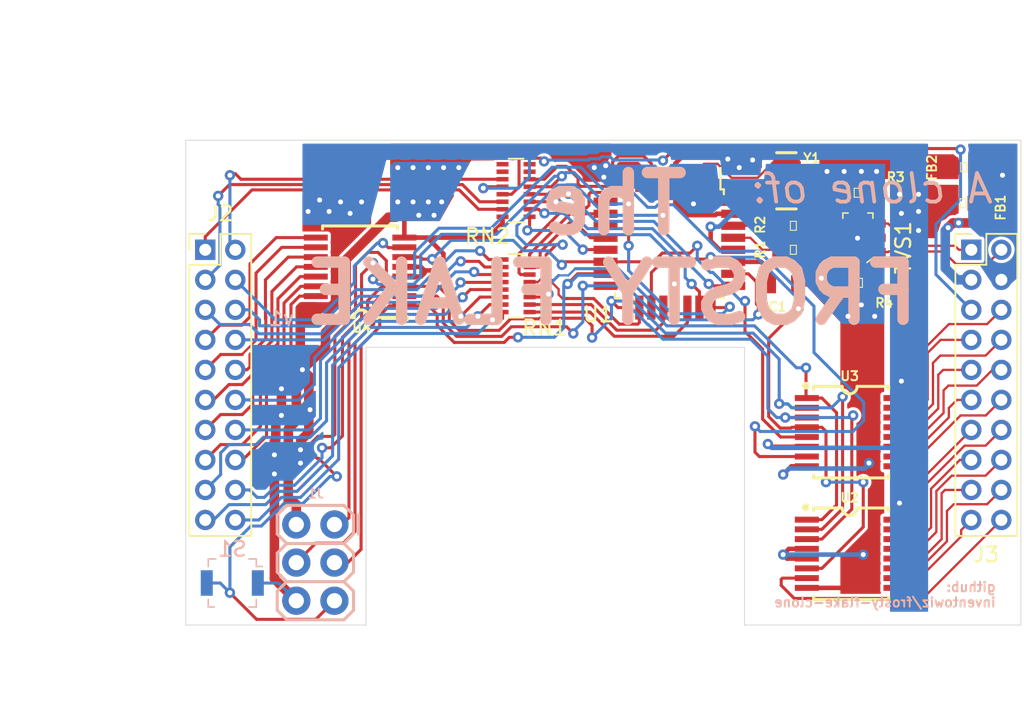
<source format=kicad_pcb>
(kicad_pcb (version 20171130) (host pcbnew 5.1.5)
  (layers (0 F.Cu signal) (31 B.Cu signal) (34 B.Paste user) (35 F.Paste user) (36 B.SilkS user) (37 F.SilkS user) (38 B.Mask user) (39 F.Mask user) (44 Edge.Cuts user))
  (net 0 "")
  (net 1 "Net-(U1-Pad11)")
  (net 2 "Net-(U1-Pad2)")
  (net 3 "Net-(U1-Pad1)")
  (net 4 /col0)
  (net 5 /col3)
  (net 6 /rowL)
  (net 7 /col1)
  (net 8 /rowK)
  (net 9 /rowM)
  (net 10 /col2)
  (net 11 /USB_GND)
  (net 12 /col6)
  (net 13 /rowA)
  (net 14 /rowO)
  (net 15 /col7)
  (net 16 /col5)
  (net 17 /rowQ)
  (net 18 /LED_SCROLL_LOCK)
  (net 19 /col4)
  (net 20 /LED_CAPS_LOCK)
  (net 21 /rowI)
  (net 22 /rowJ)
  (net 23 /rowH)
  (net 24 /rowN)
  (net 25 /rowG)
  (net 26 /rowP)
  (net 27 /rowF)
  (net 28 /rowC)
  (net 29 /rowE)
  (net 30 /rowD)
  (net 31 /rowR)
  (net 32 /rowB)
  (net 33 /LED_WIN_LOCK)
  (net 34 /USB_5V)
  (net 35 /USBD_P)
  (net 36 /USBD_N)
  (net 37 "Net-(C1-Pad2)")
  (net 38 GND)
  (net 39 /RST_N)
  (net 40 /MOSI)
  (net 41 /SCK)
  (net 42 +5V)
  (net 43 /MISO)
  (net 44 "Net-(R1-Pad2)")
  (net 45 "Net-(R2-Pad1)")
  (net 46 /PB6)
  (net 47 /PC4)
  (net 48 /PB4)
  (net 49 /PC2)
  (net 50 /PD1)
  (net 51 /PD6)
  (net 52 /PC7)
  (net 53 /PD4)
  (net 54 "Net-(RN2-Pad10)")
  (net 55 "Net-(RN2-Pad7)")
  (net 56 /PD0)
  (net 57 /HWB)
  (net 58 /PC5)
  (net 59 /PC6)
  (net 60 /PB7)
  (net 61 /CONN_33)
  (net 62 /CONN_29)
  (net 63 /CONN_27)
  (net 64 /CONN_25)
  (net 65 /CONN_11)
  (net 66 /CONN_9)
  (net 67 /CONN_7)
  (net 68 /eB)
  (net 69 /eA)
  (net 70 /TX)
  (net 71 /RX)
  (net 72 "Net-(TVS1-Pad1)")
  (net 73 "Net-(TVS1-Pad3)")
  (net 74 "Net-(RN2-Pad9)")
  (net 75 "Net-(RN2-Pad8)")
  (module Clocks:RESONATOR-SMD-3.2X1.3 (layer F.Cu) (at 157.2 81.90112 90)
    (fp_text reference Y1 (at 1.51012 1.677 180) (layer F.SilkS) (effects (font (size 0.6096 0.6096) (thickness 0.127))))
    (fp_text value RESONATOR-16MHZSMD_3.2X1.3 hide)
    (pad 3 smd oval (at 1.19888 0 90) (size 0.44958 1.905) (layers F.Cu F.Paste F.Mask) (net 2 "Net-(U1-Pad2)"))
    (pad 2 smd oval (at 0 0 90) (size 0.44958 1.905) (layers F.Cu F.Paste F.Mask) (net 38 GND))
    (pad 1 smd oval (at -1.19888 0 90) (size 0.44958 1.905) (layers F.Cu F.Paste F.Mask) (net 3 "Net-(U1-Pad1)"))
  )
  (module Package_QFP:TQFP-32_7x7mm_P0.8mm (layer F.Cu) (at 149.4 86.1 270)
    (fp_text reference U1 (at 4.705 4.747 180) (layer F.SilkS))
    (fp_text value ATmega32U2-AU hide)
    (pad 32 smd rect (at -2.8 -4.25) (size 1.6 0.55) (layers F.Cu F.Paste F.Mask) (net 42 +5V))
    (pad 31 smd rect (at -2 -4.25) (size 1.6 0.55) (layers F.Cu F.Paste F.Mask) (net 42 +5V))
    (pad 30 smd rect (at -1.2 -4.25) (size 1.6 0.55) (layers F.Cu F.Paste F.Mask) (net 45 "Net-(R2-Pad1)"))
    (pad 29 smd rect (at -0.4 -4.25) (size 1.6 0.55) (layers F.Cu F.Paste F.Mask) (net 44 "Net-(R1-Pad2)"))
    (pad 28 smd rect (at 0.4 -4.25) (size 1.6 0.55) (layers F.Cu F.Paste F.Mask) (net 38 GND))
    (pad 27 smd rect (at 1.2 -4.25) (size 1.6 0.55) (layers F.Cu F.Paste F.Mask) (net 37 "Net-(C1-Pad2)"))
    (pad 26 smd rect (at 2 -4.25) (size 1.6 0.55) (layers F.Cu F.Paste F.Mask) (net 47 /PC4))
    (pad 25 smd rect (at 2.8 -4.25) (size 1.6 0.55) (layers F.Cu F.Paste F.Mask) (net 58 /PC5))
    (pad 24 smd rect (at 4.25 -2.8 270) (size 1.6 0.55) (layers F.Cu F.Paste F.Mask) (net 39 /RST_N))
    (pad 23 smd rect (at 4.25 -2 270) (size 1.6 0.55) (layers F.Cu F.Paste F.Mask) (net 59 /PC6))
    (pad 22 smd rect (at 4.25 -1.2 270) (size 1.6 0.55) (layers F.Cu F.Paste F.Mask) (net 52 /PC7))
    (pad 21 smd rect (at 4.25 -0.4 270) (size 1.6 0.55) (layers F.Cu F.Paste F.Mask) (net 60 /PB7))
    (pad 20 smd rect (at 4.25 0.4 270) (size 1.6 0.55) (layers F.Cu F.Paste F.Mask) (net 46 /PB6))
    (pad 19 smd rect (at 4.25 1.2 270) (size 1.6 0.55) (layers F.Cu F.Paste F.Mask) (net 68 /eB))
    (pad 18 smd rect (at 4.25 2 270) (size 1.6 0.55) (layers F.Cu F.Paste F.Mask) (net 48 /PB4))
    (pad 17 smd rect (at 4.25 2.8 270) (size 1.6 0.55) (layers F.Cu F.Paste F.Mask) (net 43 /MISO))
    (pad 16 smd rect (at 2.8 4.25) (size 1.6 0.55) (layers F.Cu F.Paste F.Mask) (net 40 /MOSI))
    (pad 15 smd rect (at 2 4.25) (size 1.6 0.55) (layers F.Cu F.Paste F.Mask) (net 41 /SCK))
    (pad 14 smd rect (at 1.2 4.25) (size 1.6 0.55) (layers F.Cu F.Paste F.Mask) (net 69 /eA))
    (pad 13 smd rect (at 0.4 4.25) (size 1.6 0.55) (layers F.Cu F.Paste F.Mask) (net 57 /HWB))
    (pad 12 smd rect (at -0.4 4.25) (size 1.6 0.55) (layers F.Cu F.Paste F.Mask) (net 51 /PD6))
    (pad 11 smd rect (at -1.2 4.25) (size 1.6 0.55) (layers F.Cu F.Paste F.Mask) (net 1 "Net-(U1-Pad11)"))
    (pad 10 smd rect (at -2 4.25) (size 1.6 0.55) (layers F.Cu F.Paste F.Mask) (net 53 /PD4))
    (pad 9 smd rect (at -2.8 4.25) (size 1.6 0.55) (layers F.Cu F.Paste F.Mask) (net 70 /TX))
    (pad 8 smd rect (at -4.25 2.8 270) (size 1.6 0.55) (layers F.Cu F.Paste F.Mask) (net 71 /RX))
    (pad 7 smd rect (at -4.25 2 270) (size 1.6 0.55) (layers F.Cu F.Paste F.Mask) (net 50 /PD1))
    (pad 6 smd rect (at -4.25 1.2 270) (size 1.6 0.55) (layers F.Cu F.Paste F.Mask) (net 56 /PD0))
    (pad 5 smd rect (at -4.25 0.4 270) (size 1.6 0.55) (layers F.Cu F.Paste F.Mask) (net 49 /PC2))
    (pad 4 smd rect (at -4.25 -0.4 270) (size 1.6 0.55) (layers F.Cu F.Paste F.Mask) (net 42 +5V))
    (pad 3 smd rect (at -4.25 -1.2 270) (size 1.6 0.55) (layers F.Cu F.Paste F.Mask) (net 38 GND))
    (pad 2 smd rect (at -4.25 -2 270) (size 1.6 0.55) (layers F.Cu F.Paste F.Mask) (net 2 "Net-(U1-Pad2)"))
    (pad 1 smd rect (at -4.25 -2.8 270) (size 1.6 0.55) (layers F.Cu F.Paste F.Mask) (net 3 "Net-(U1-Pad1)"))
  )
  (module Connector_PinHeader_2.00mm:PinHeader_2x10_P2.00mm_Vertical (layer F.Cu) (at 169.5 86.5)
    (fp_text reference J3 (at 1 20.307) (layer F.SilkS))
    (fp_text value Conn_02x10_Odd_Even hide)
    (pad 20 thru_hole oval (at 2 18) (size 1.35 1.35) (drill 0.8) (layers *.Cu *.Mask) (net 21 /rowI))
    (pad 19 thru_hole oval (at 0 18) (size 1.35 1.35) (drill 0.8) (layers *.Cu *.Mask) (net 22 /rowJ))
    (pad 18 thru_hole oval (at 2 16) (size 1.35 1.35) (drill 0.8) (layers *.Cu *.Mask) (net 23 /rowH))
    (pad 17 thru_hole oval (at 0 16) (size 1.35 1.35) (drill 0.8) (layers *.Cu *.Mask) (net 24 /rowN))
    (pad 16 thru_hole oval (at 2 14) (size 1.35 1.35) (drill 0.8) (layers *.Cu *.Mask) (net 25 /rowG))
    (pad 15 thru_hole oval (at 0 14) (size 1.35 1.35) (drill 0.8) (layers *.Cu *.Mask) (net 26 /rowP))
    (pad 14 thru_hole oval (at 2 12) (size 1.35 1.35) (drill 0.8) (layers *.Cu *.Mask) (net 27 /rowF))
    (pad 13 thru_hole oval (at 0 12) (size 1.35 1.35) (drill 0.8) (layers *.Cu *.Mask) (net 28 /rowC))
    (pad 12 thru_hole oval (at 2 10) (size 1.35 1.35) (drill 0.8) (layers *.Cu *.Mask) (net 29 /rowE))
    (pad 11 thru_hole oval (at 0 10) (size 1.35 1.35) (drill 0.8) (layers *.Cu *.Mask) (net 65 /CONN_11))
    (pad 10 thru_hole oval (at 2 8) (size 1.35 1.35) (drill 0.8) (layers *.Cu *.Mask) (net 30 /rowD))
    (pad 9 thru_hole oval (at 0 8) (size 1.35 1.35) (drill 0.8) (layers *.Cu *.Mask) (net 66 /CONN_9))
    (pad 8 thru_hole oval (at 2 6) (size 1.35 1.35) (drill 0.8) (layers *.Cu *.Mask) (net 31 /rowR))
    (pad 7 thru_hole oval (at 0 6) (size 1.35 1.35) (drill 0.8) (layers *.Cu *.Mask) (net 67 /CONN_7))
    (pad 6 thru_hole oval (at 2 4) (size 1.35 1.35) (drill 0.8) (layers *.Cu *.Mask) (net 32 /rowB))
    (pad 5 thru_hole oval (at 0 4) (size 1.35 1.35) (drill 0.8) (layers *.Cu *.Mask) (net 33 /LED_WIN_LOCK))
    (pad 4 thru_hole oval (at 2 2) (size 1.35 1.35) (drill 0.8) (layers *.Cu *.Mask) (net 11 /USB_GND))
    (pad 3 thru_hole oval (at 0 2) (size 1.35 1.35) (drill 0.8) (layers *.Cu *.Mask) (net 34 /USB_5V))
    (pad 2 thru_hole oval (at 2 0) (size 1.35 1.35) (drill 0.8) (layers *.Cu *.Mask) (net 35 /USBD_P))
    (pad 1 thru_hole rect (at 0 0) (size 1.35 1.35) (drill 0.8) (layers *.Cu *.Mask) (net 36 /USBD_N))
  )
  (module digikey-footprints:SOT-23-6 (layer F.Cu) (at 161.95 85.7 90)
    (fp_text reference TVS1 (at -0.66 3.023 90) (layer F.SilkS))
    (fp_text value SN65220DBVR hide)
    (pad 6 smd rect (at -0.95 -1.35 90) (size 0.55 1) (layers F.Cu F.Paste F.Mask) (net 35 /USBD_P))
    (pad 5 smd rect (at 0 -1.35 90) (size 0.55 1) (layers F.Cu F.Paste F.Mask) (net 38 GND))
    (pad 4 smd rect (at 0.95 -1.35 90) (size 0.55 1) (layers F.Cu F.Paste F.Mask) (net 36 /USBD_N))
    (pad 1 smd rect (at -0.95 1.35 90) (size 0.55 1) (layers F.Cu F.Paste F.Mask) (net 72 "Net-(TVS1-Pad1)"))
    (pad 2 smd rect (at 0 1.35 90) (size 0.55 1) (layers F.Cu F.Paste F.Mask) (net 38 GND))
    (pad 3 smd rect (at 0.95 1.35 90) (size 0.55 1) (layers F.Cu F.Paste F.Mask) (net 73 "Net-(TVS1-Pad3)"))
  )
  (module Capacitors:0603 (layer F.Cu) (at 162.05164 88.7)
    (fp_text reference R4 (at 1.65136 1.343) (layer F.SilkS) (effects (font (size 0.6096 0.6096) (thickness 0.127))))
    (fp_text value 15k hide)
    (pad 2 smd rect (at 0.84836 0) (size 1.09982 0.99822) (layers F.Cu F.Paste F.Mask) (net 38 GND))
    (pad 1 smd rect (at -0.84836 0) (size 1.09982 0.99822) (layers F.Cu F.Paste F.Mask) (net 35 /USBD_P))
  )
  (module Capacitors:0603 (layer F.Cu) (at 161.9 82.7 180)
    (fp_text reference R3 (at -2.565 1.039) (layer F.SilkS) (effects (font (size 0.6096 0.6096) (thickness 0.127))))
    (fp_text value 15k hide)
    (pad 2 smd rect (at 0.84836 0 180) (size 1.09982 0.99822) (layers F.Cu F.Paste F.Mask) (net 36 /USBD_N))
    (pad 1 smd rect (at -0.84836 0 180) (size 1.09982 0.99822) (layers F.Cu F.Paste F.Mask) (net 38 GND))
  )
  (module Silicon-Standard:TSSOP16 (layer F.Cu) (at 128.905 88.011 90)
    (fp_text reference U4 (at -3.683 0) (layer F.SilkS) (effects (font (size 0.6096 0.6096) (thickness 0.127))))
    (fp_text value SN74HC138 hide)
    (pad 16 smd rect (at -2.2225 -3.048 90) (size 0.39878 1.59766) (layers F.Cu F.Paste F.Mask) (net 42 +5V))
    (pad 15 smd rect (at -1.5748 -3.048 90) (size 0.39878 1.59766) (layers F.Cu F.Paste F.Mask) (net 8 /rowK))
    (pad 14 smd rect (at -0.92456 -3.048 90) (size 0.39878 1.59766) (layers F.Cu F.Paste F.Mask) (net 9 /rowM))
    (pad 13 smd rect (at -0.27432 -3.048 90) (size 0.39878 1.59766) (layers F.Cu F.Paste F.Mask) (net 61 /CONN_33))
    (pad 12 smd rect (at 0.37338 -3.048 90) (size 0.39878 1.59766) (layers F.Cu F.Paste F.Mask) (net 13 /rowA))
    (pad 11 smd rect (at 1.02362 -3.048 90) (size 0.39878 1.59766) (layers F.Cu F.Paste F.Mask) (net 14 /rowO))
    (pad 10 smd rect (at 1.67386 -3.048 90) (size 0.39878 1.59766) (layers F.Cu F.Paste F.Mask) (net 62 /CONN_29))
    (pad 9 smd rect (at 2.3241 -3.048 90) (size 0.39878 1.59766) (layers F.Cu F.Paste F.Mask) (net 63 /CONN_27))
    (pad 8 smd rect (at 2.3241 2.84988 90) (size 0.39878 1.59766) (layers F.Cu F.Paste F.Mask) (net 38 GND))
    (pad 7 smd rect (at 1.67386 2.84988 90) (size 0.39878 1.59766) (layers F.Cu F.Paste F.Mask) (net 17 /rowQ))
    (pad 6 smd rect (at 1.02362 2.84988 90) (size 0.39878 1.59766) (layers F.Cu F.Paste F.Mask) (net 69 /eA))
    (pad 5 smd rect (at 0.37338 2.84988 90) (size 0.39878 1.59766) (layers F.Cu F.Paste F.Mask) (net 38 GND))
    (pad 4 smd rect (at -0.27432 2.84988 90) (size 0.39878 1.59766) (layers F.Cu F.Paste F.Mask) (net 38 GND))
    (pad 3 smd rect (at -0.92456 2.84988 90) (size 0.39878 1.59766) (layers F.Cu F.Paste F.Mask) (net 43 /MISO))
    (pad 2 smd rect (at -1.5748 2.84988 90) (size 0.39878 1.59766) (layers F.Cu F.Paste F.Mask) (net 40 /MOSI))
    (pad 1 smd rect (at -2.2225 2.84988 90) (size 0.39878 1.59766) (layers F.Cu F.Paste F.Mask) (net 41 /SCK))
  )
  (module Silicon-Standard:TSSOP16 (layer F.Cu) (at 161.4 98.6 270)
    (fp_text reference U3 (at -3.683 0) (layer F.SilkS) (effects (font (size 0.6096 0.6096) (thickness 0.127))))
    (fp_text value SN74HC138 hide)
    (pad 16 smd rect (at -2.2225 -3.048 270) (size 0.39878 1.59766) (layers F.Cu F.Paste F.Mask) (net 42 +5V))
    (pad 15 smd rect (at -1.5748 -3.048 270) (size 0.39878 1.59766) (layers F.Cu F.Paste F.Mask) (net 32 /rowB))
    (pad 14 smd rect (at -0.92456 -3.048 270) (size 0.39878 1.59766) (layers F.Cu F.Paste F.Mask) (net 67 /CONN_7))
    (pad 13 smd rect (at -0.27432 -3.048 270) (size 0.39878 1.59766) (layers F.Cu F.Paste F.Mask) (net 31 /rowR))
    (pad 12 smd rect (at 0.37338 -3.048 270) (size 0.39878 1.59766) (layers F.Cu F.Paste F.Mask) (net 66 /CONN_9))
    (pad 11 smd rect (at 1.02362 -3.048 270) (size 0.39878 1.59766) (layers F.Cu F.Paste F.Mask) (net 30 /rowD))
    (pad 10 smd rect (at 1.67386 -3.048 270) (size 0.39878 1.59766) (layers F.Cu F.Paste F.Mask) (net 65 /CONN_11))
    (pad 9 smd rect (at 2.3241 -3.048 270) (size 0.39878 1.59766) (layers F.Cu F.Paste F.Mask) (net 29 /rowE))
    (pad 8 smd rect (at 2.3241 2.84988 270) (size 0.39878 1.59766) (layers F.Cu F.Paste F.Mask) (net 38 GND))
    (pad 7 smd rect (at 1.67386 2.84988 270) (size 0.39878 1.59766) (layers F.Cu F.Paste F.Mask) (net 6 /rowL))
    (pad 6 smd rect (at 1.02362 2.84988 270) (size 0.39878 1.59766) (layers F.Cu F.Paste F.Mask) (net 42 +5V))
    (pad 5 smd rect (at 0.37338 2.84988 270) (size 0.39878 1.59766) (layers F.Cu F.Paste F.Mask) (net 69 /eA))
    (pad 4 smd rect (at -0.27432 2.84988 270) (size 0.39878 1.59766) (layers F.Cu F.Paste F.Mask) (net 68 /eB))
    (pad 3 smd rect (at -0.92456 2.84988 270) (size 0.39878 1.59766) (layers F.Cu F.Paste F.Mask) (net 43 /MISO))
    (pad 2 smd rect (at -1.5748 2.84988 270) (size 0.39878 1.59766) (layers F.Cu F.Paste F.Mask) (net 40 /MOSI))
    (pad 1 smd rect (at -2.2225 2.84988 270) (size 0.39878 1.59766) (layers F.Cu F.Paste F.Mask) (net 41 /SCK))
  )
  (module Silicon-Standard:TSSOP16 (layer F.Cu) (at 161.4 106.7 270)
    (fp_text reference U2 (at -3.683 0) (layer F.SilkS) (effects (font (size 0.6096 0.6096) (thickness 0.127))))
    (fp_text value SN74HC138 hide)
    (pad 16 smd rect (at -2.2225 -3.048 270) (size 0.39878 1.59766) (layers F.Cu F.Paste F.Mask) (net 42 +5V))
    (pad 15 smd rect (at -1.5748 -3.048 270) (size 0.39878 1.59766) (layers F.Cu F.Paste F.Mask) (net 28 /rowC))
    (pad 14 smd rect (at -0.92456 -3.048 270) (size 0.39878 1.59766) (layers F.Cu F.Paste F.Mask) (net 27 /rowF))
    (pad 13 smd rect (at -0.27432 -3.048 270) (size 0.39878 1.59766) (layers F.Cu F.Paste F.Mask) (net 26 /rowP))
    (pad 12 smd rect (at 0.37338 -3.048 270) (size 0.39878 1.59766) (layers F.Cu F.Paste F.Mask) (net 25 /rowG))
    (pad 11 smd rect (at 1.02362 -3.048 270) (size 0.39878 1.59766) (layers F.Cu F.Paste F.Mask) (net 24 /rowN))
    (pad 10 smd rect (at 1.67386 -3.048 270) (size 0.39878 1.59766) (layers F.Cu F.Paste F.Mask) (net 23 /rowH))
    (pad 9 smd rect (at 2.3241 -3.048 270) (size 0.39878 1.59766) (layers F.Cu F.Paste F.Mask) (net 22 /rowJ))
    (pad 8 smd rect (at 2.3241 2.84988 270) (size 0.39878 1.59766) (layers F.Cu F.Paste F.Mask) (net 38 GND))
    (pad 7 smd rect (at 1.67386 2.84988 270) (size 0.39878 1.59766) (layers F.Cu F.Paste F.Mask) (net 21 /rowI))
    (pad 6 smd rect (at 1.02362 2.84988 270) (size 0.39878 1.59766) (layers F.Cu F.Paste F.Mask) (net 68 /eB))
    (pad 5 smd rect (at 0.37338 2.84988 270) (size 0.39878 1.59766) (layers F.Cu F.Paste F.Mask) (net 38 GND))
    (pad 4 smd rect (at -0.27432 2.84988 270) (size 0.39878 1.59766) (layers F.Cu F.Paste F.Mask) (net 38 GND))
    (pad 3 smd rect (at -0.92456 2.84988 270) (size 0.39878 1.59766) (layers F.Cu F.Paste F.Mask) (net 43 /MISO))
    (pad 2 smd rect (at -1.5748 2.84988 270) (size 0.39878 1.59766) (layers F.Cu F.Paste F.Mask) (net 40 /MOSI))
    (pad 1 smd rect (at -2.2225 2.84988 270) (size 0.39878 1.59766) (layers F.Cu F.Paste F.Mask) (net 41 /SCK))
  )
  (module Resistor_SMD:R_Array_Convex_8x0602 (layer F.Cu) (at 139.192 82.55 180)
    (fp_text reference RN2 (at 1.905 -3.048 180) (layer F.SilkS))
    (fp_text value "8x 1k" hide)
    (pad 10 smd rect (at 0.9 1.25 180) (size 0.8 0.3) (layers F.Cu F.Paste F.Mask) (net 54 "Net-(RN2-Pad10)"))
    (pad 12 smd rect (at 0.9 0.25 180) (size 0.8 0.3) (layers F.Cu F.Paste F.Mask) (net 42 +5V))
    (pad 11 smd rect (at 0.9 0.75 180) (size 0.8 0.3) (layers F.Cu F.Paste F.Mask) (net 19 /col4))
    (pad 13 smd rect (at 0.9 -0.25 180) (size 0.8 0.3) (layers F.Cu F.Paste F.Mask) (net 33 /LED_WIN_LOCK))
    (pad 14 smd rect (at 0.9 -0.75 180) (size 0.8 0.3) (layers F.Cu F.Paste F.Mask) (net 18 /LED_SCROLL_LOCK))
    (pad 15 smd rect (at 0.9 -1.25 180) (size 0.8 0.3) (layers F.Cu F.Paste F.Mask) (net 20 /LED_CAPS_LOCK))
    (pad 7 smd rect (at -0.9 1.25 180) (size 0.8 0.3) (layers F.Cu F.Paste F.Mask) (net 55 "Net-(RN2-Pad7)"))
    (pad 6 smd rect (at -0.9 0.75 180) (size 0.8 0.3) (layers F.Cu F.Paste F.Mask) (net 56 /PD0))
    (pad 5 smd rect (at -0.9 0.25 180) (size 0.8 0.3) (layers F.Cu F.Paste F.Mask) (net 39 /RST_N))
    (pad 4 smd rect (at -0.9 -0.25 180) (size 0.8 0.3) (layers F.Cu F.Paste F.Mask) (net 58 /PC5))
    (pad 3 smd rect (at -0.9 -0.75 180) (size 0.8 0.3) (layers F.Cu F.Paste F.Mask) (net 59 /PC6))
    (pad 2 smd rect (at -0.9 -1.25 180) (size 0.8 0.3) (layers F.Cu F.Paste F.Mask) (net 60 /PB7))
    (pad 9 smd rect (at 0.9 1.75 180) (size 0.8 0.3) (layers F.Cu F.Paste F.Mask) (net 74 "Net-(RN2-Pad9)"))
    (pad 8 smd rect (at -0.9 1.75 180) (size 0.8 0.3) (layers F.Cu F.Paste F.Mask) (net 75 "Net-(RN2-Pad8)"))
    (pad 16 smd rect (at 0.9 -1.75 180) (size 0.8 0.3) (layers F.Cu F.Paste F.Mask) (net 38 GND))
    (pad 1 smd rect (at -0.9 -1.75 180) (size 0.8 0.3) (layers F.Cu F.Paste F.Mask) (net 57 /HWB))
  )
  (module Resistor_SMD:R_Array_Convex_8x0602 (layer F.Cu) (at 139.192 88.9 180)
    (fp_text reference RN1 (at -1.905 -2.794 180) (layer F.SilkS))
    (fp_text value "8x 1k" hide)
    (pad 10 smd rect (at 0.9 1.25 180) (size 0.8 0.3) (layers F.Cu F.Paste F.Mask) (net 64 /CONN_25))
    (pad 12 smd rect (at 0.9 0.25 180) (size 0.8 0.3) (layers F.Cu F.Paste F.Mask) (net 12 /col6))
    (pad 11 smd rect (at 0.9 0.75 180) (size 0.8 0.3) (layers F.Cu F.Paste F.Mask) (net 15 /col7))
    (pad 13 smd rect (at 0.9 -0.25 180) (size 0.8 0.3) (layers F.Cu F.Paste F.Mask) (net 10 /col2))
    (pad 14 smd rect (at 0.9 -0.75 180) (size 0.8 0.3) (layers F.Cu F.Paste F.Mask) (net 7 /col1))
    (pad 15 smd rect (at 0.9 -1.25 180) (size 0.8 0.3) (layers F.Cu F.Paste F.Mask) (net 5 /col3))
    (pad 7 smd rect (at -0.9 1.25 180) (size 0.8 0.3) (layers F.Cu F.Paste F.Mask) (net 51 /PD6))
    (pad 6 smd rect (at -0.9 0.75 180) (size 0.8 0.3) (layers F.Cu F.Paste F.Mask) (net 50 /PD1))
    (pad 5 smd rect (at -0.9 0.25 180) (size 0.8 0.3) (layers F.Cu F.Paste F.Mask) (net 49 /PC2))
    (pad 4 smd rect (at -0.9 -0.25 180) (size 0.8 0.3) (layers F.Cu F.Paste F.Mask) (net 48 /PB4))
    (pad 3 smd rect (at -0.9 -0.75 180) (size 0.8 0.3) (layers F.Cu F.Paste F.Mask) (net 47 /PC4))
    (pad 2 smd rect (at -0.9 -1.25 180) (size 0.8 0.3) (layers F.Cu F.Paste F.Mask) (net 46 /PB6))
    (pad 9 smd rect (at 0.9 1.75 180) (size 0.8 0.3) (layers F.Cu F.Paste F.Mask) (net 16 /col5))
    (pad 8 smd rect (at -0.9 1.75 180) (size 0.8 0.3) (layers F.Cu F.Paste F.Mask) (net 53 /PD4))
    (pad 16 smd rect (at 0.9 -1.75 180) (size 0.8 0.3) (layers F.Cu F.Paste F.Mask) (net 4 /col0))
    (pad 1 smd rect (at -0.9 -1.75 180) (size 0.8 0.3) (layers F.Cu F.Paste F.Mask) (net 52 /PC7))
  )
  (module digikey-footprints:Switch_Tactile_SMD_B3U-1000P (layer B.Cu) (at 120.3 108.7 180)
    (fp_text reference S1 (at 0 2.274) (layer B.SilkS) (effects (justify mirror)))
    (fp_text value B3U-1000P hide)
    (pad 2 smd rect (at 1.7 0 180) (size 0.8 1.7) (layers B.Cu B.Paste B.Mask) (net 39 /RST_N))
    (pad 1 smd rect (at -1.7 0 180) (size 0.8 1.7) (layers B.Cu B.Paste B.Mask) (net 38 GND))
  )
  (module Capacitors:0603 (layer F.Cu) (at 169 81 180)
    (fp_text reference FB2 (at 2.122 -0.026 90) (layer F.SilkS) (effects (font (size 0.6096 0.6096) (thickness 0.127))))
    (fp_text value Ferrite_Bead hide)
    (pad 2 smd rect (at 0.84836 0 180) (size 1.09982 0.99822) (layers F.Cu F.Paste F.Mask) (net 38 GND))
    (pad 1 smd rect (at -0.84836 0 180) (size 1.09982 0.99822) (layers F.Cu F.Paste F.Mask) (net 11 /USB_GND))
  )
  (module Capacitors:0603 (layer F.Cu) (at 168.95164 83.4 180)
    (fp_text reference FB1 (at -2.49836 -0.293 90) (layer F.SilkS) (effects (font (size 0.6096 0.6096) (thickness 0.127))))
    (fp_text value Ferrite_Bead hide)
    (pad 2 smd rect (at 0.84836 0 180) (size 1.09982 0.99822) (layers F.Cu F.Paste F.Mask) (net 42 +5V))
    (pad 1 smd rect (at -0.84836 0 180) (size 1.09982 0.99822) (layers F.Cu F.Paste F.Mask) (net 34 /USB_5V))
  )
  (module Capacitors:0603 (layer F.Cu) (at 157.65164 84.9)
    (fp_text reference R2 (at -2.20364 -0.064 90) (layer F.SilkS) (effects (font (size 0.6096 0.6096) (thickness 0.127))))
    (fp_text value 220 hide)
    (pad 2 smd rect (at 0.84836 0) (size 1.09982 0.99822) (layers F.Cu F.Paste F.Mask) (net 36 /USBD_N))
    (pad 1 smd rect (at -0.84836 0) (size 1.09982 0.99822) (layers F.Cu F.Paste F.Mask) (net 45 "Net-(R2-Pad1)"))
  )
  (module Capacitors:0603 (layer F.Cu) (at 157.65164 86.5 180)
    (fp_text reference R1 (at 2.20364 0.013 90) (layer F.SilkS) (effects (font (size 0.6096 0.6096) (thickness 0.127))))
    (fp_text value 220 hide)
    (pad 2 smd rect (at 0.84836 0 180) (size 1.09982 0.99822) (layers F.Cu F.Paste F.Mask) (net 44 "Net-(R1-Pad2)"))
    (pad 1 smd rect (at -0.84836 0 180) (size 1.09982 0.99822) (layers F.Cu F.Paste F.Mask) (net 35 /USBD_P))
  )
  (module Capacitors:0805 (layer F.Cu) (at 157 88.8 180)
    (fp_text reference C1 (at 0.409 -1.497 180) (layer F.SilkS) (effects (font (size 0.6096 0.6096) (thickness 0.127))))
    (fp_text value 1uF hide)
    (pad 2 smd rect (at 0.89916 0 180) (size 0.79756 1.19888) (layers F.Cu F.Paste F.Mask) (net 37 "Net-(C1-Pad2)"))
    (pad 1 smd rect (at -0.89916 0 180) (size 0.79756 1.19888) (layers F.Cu F.Paste F.Mask) (net 38 GND))
  )
  (module Connector_PinHeader_2.00mm:PinHeader_2x10_P2.00mm_Vertical (layer F.Cu) (at 118.5 86.5)
    (fp_text reference J2 (at 1.007 -2.426) (layer F.SilkS))
    (fp_text value Conn_02x10_Odd_Even hide)
    (pad 20 thru_hole oval (at 2 18) (size 1.35 1.35) (drill 0.8) (layers *.Cu *.Mask) (net 4 /col0))
    (pad 19 thru_hole oval (at 0 18) (size 1.35 1.35) (drill 0.8) (layers *.Cu *.Mask) (net 5 /col3))
    (pad 18 thru_hole oval (at 2 16) (size 1.35 1.35) (drill 0.8) (layers *.Cu *.Mask) (net 6 /rowL))
    (pad 17 thru_hole oval (at 0 16) (size 1.35 1.35) (drill 0.8) (layers *.Cu *.Mask) (net 7 /col1))
    (pad 16 thru_hole oval (at 2 14) (size 1.35 1.35) (drill 0.8) (layers *.Cu *.Mask) (net 8 /rowK))
    (pad 15 thru_hole oval (at 0 14) (size 1.35 1.35) (drill 0.8) (layers *.Cu *.Mask) (net 9 /rowM))
    (pad 14 thru_hole oval (at 2 12) (size 1.35 1.35) (drill 0.8) (layers *.Cu *.Mask) (net 10 /col2))
    (pad 13 thru_hole oval (at 0 12) (size 1.35 1.35) (drill 0.8) (layers *.Cu *.Mask) (net 61 /CONN_33))
    (pad 12 thru_hole oval (at 2 10) (size 1.35 1.35) (drill 0.8) (layers *.Cu *.Mask) (net 12 /col6))
    (pad 11 thru_hole oval (at 0 10) (size 1.35 1.35) (drill 0.8) (layers *.Cu *.Mask) (net 13 /rowA))
    (pad 10 thru_hole oval (at 2 8) (size 1.35 1.35) (drill 0.8) (layers *.Cu *.Mask) (net 14 /rowO))
    (pad 9 thru_hole oval (at 0 8) (size 1.35 1.35) (drill 0.8) (layers *.Cu *.Mask) (net 62 /CONN_29))
    (pad 8 thru_hole oval (at 2 6) (size 1.35 1.35) (drill 0.8) (layers *.Cu *.Mask) (net 15 /col7))
    (pad 7 thru_hole oval (at 0 6) (size 1.35 1.35) (drill 0.8) (layers *.Cu *.Mask) (net 63 /CONN_27))
    (pad 6 thru_hole oval (at 2 4) (size 1.35 1.35) (drill 0.8) (layers *.Cu *.Mask) (net 16 /col5))
    (pad 5 thru_hole oval (at 0 4) (size 1.35 1.35) (drill 0.8) (layers *.Cu *.Mask) (net 64 /CONN_25))
    (pad 4 thru_hole oval (at 2 2) (size 1.35 1.35) (drill 0.8) (layers *.Cu *.Mask) (net 17 /rowQ))
    (pad 3 thru_hole oval (at 0 2) (size 1.35 1.35) (drill 0.8) (layers *.Cu *.Mask) (net 18 /LED_SCROLL_LOCK))
    (pad 2 thru_hole oval (at 2 0) (size 1.35 1.35) (drill 0.8) (layers *.Cu *.Mask) (net 19 /col4))
    (pad 1 thru_hole rect (at 0 0) (size 1.35 1.35) (drill 0.8) (layers *.Cu *.Mask) (net 20 /LED_CAPS_LOCK))
  )
  (module Connectors:2X3 (layer B.Cu) (at 127.1 104.8 270)
    (fp_text reference J1 (at -2.057 1.243) (layer B.SilkS) (effects (font (size 0.6096 0.6096) (thickness 0.127)) (justify mirror)))
    (fp_text value AVR-ISP-6 hide)
    (pad 6 thru_hole circle (at 5.08 2.54 270) (size 1.8796 1.8796) (drill 1.016) (layers *.Cu *.Mask) (net 38 GND))
    (pad 5 thru_hole circle (at 5.08 0 270) (size 1.8796 1.8796) (drill 1.016) (layers *.Cu *.Mask) (net 39 /RST_N))
    (pad 4 thru_hole circle (at 2.54 2.54 270) (size 1.8796 1.8796) (drill 1.016) (layers *.Cu *.Mask) (net 40 /MOSI))
    (pad 3 thru_hole circle (at 2.54 0 270) (size 1.8796 1.8796) (drill 1.016) (layers *.Cu *.Mask) (net 41 /SCK))
    (pad 2 thru_hole circle (at 0 2.54 270) (size 1.8796 1.8796) (drill 1.016) (layers *.Cu *.Mask) (net 42 +5V))
    (pad 1 thru_hole circle (at 0 0 270) (size 1.8796 1.8796) (drill 1.016) (layers *.Cu *.Mask) (net 43 /MISO))
  )
  (gr_text "github:\ninventowiz/frosty-flake-clone" (at 171.196 109.474) (layer B.SilkS) (effects (font (size 0.635 0.635) (thickness 0.127)) (justify left mirror)))
  (gr_text v1 (at 123.571 91.059) (layer B.SilkS) (effects (font (size 1 1)) (justify mirror)))
  (gr_text The (at 145.669 83.439) (layer B.SilkS) (effects (font (size 3.81 3.81) (thickness 0.762)) (justify mirror)))
  (gr_text "FROSTY FLAKE" (at 145.542 89.408) (layer B.SilkS) (effects (font (size 3.81 3.81) (thickness 0.762)) (justify mirror)))
  (gr_text "A clone of:" (at 162.941 82.423) (layer B.SilkS) (effects (font (size 1.905 1.905) (thickness 0.254) italic) (justify mirror)))
  (gr_line (start 117.2 111.5) (end 117.2 79.2) (layer Edge.Cuts) (width 0.05))
  (gr_line (start 129.2 111.5) (end 117.2 111.5) (layer Edge.Cuts) (width 0.05))
  (gr_line (start 129.2 93) (end 129.2 111.5) (layer Edge.Cuts) (width 0.05))
  (gr_line (start 154.4 93) (end 129.2 93) (layer Edge.Cuts) (width 0.05))
  (gr_line (start 154.4 111.5) (end 154.4 93) (layer Edge.Cuts) (width 0.05))
  (gr_line (start 172.8 111.5) (end 154.4 111.5) (layer Edge.Cuts) (width 0.05))
  (gr_line (start 172.8 79.2) (end 172.8 111.5) (layer Edge.Cuts) (width 0.05))
  (gr_line (start 172.8 79.2) (end 117.2 79.2) (layer Edge.Cuts) (width 0.05))
  (segment (start 151.4 81.077838) (end 151.705838 80.772) (width 0.1524) (layer F.Cu) (net 2))
  (segment (start 151.4 81.85) (end 151.4 81.077838) (width 0.1524) (layer F.Cu) (net 2))
  (segment (start 151.705838 80.772) (end 152.612799 80.772) (width 0.1524) (layer F.Cu) (net 2))
  (segment (start 156.27976 80.70224) (end 157.2 80.70224) (width 0.1524) (layer F.Cu) (net 2))
  (segment (start 155.279799 81.702201) (end 156.27976 80.70224) (width 0.1524) (layer F.Cu) (net 2))
  (segment (start 152.604421 80.773799) (end 153.532823 81.702201) (width 0.1524) (layer F.Cu) (net 2))
  (segment (start 153.532823 81.702201) (end 155.279799 81.702201) (width 0.1524) (layer F.Cu) (net 2))
  (segment (start 153.182239 81.85) (end 152.2 81.85) (width 0.1524) (layer F.Cu) (net 3))
  (segment (start 153.38685 82.054611) (end 153.182239 81.85) (width 0.1524) (layer F.Cu) (net 3))
  (segment (start 155.206611 82.054611) (end 153.38685 82.054611) (width 0.1524) (layer F.Cu) (net 3))
  (segment (start 157.2 83.1) (end 156.252 83.1) (width 0.1524) (layer F.Cu) (net 3))
  (segment (start 156.252 83.1) (end 155.206611 82.054611) (width 0.1524) (layer F.Cu) (net 3))
  (segment (start 129.663104 92.075) (end 127.381 94.357104) (width 0.2032) (layer B.Cu) (net 4))
  (segment (start 136.525 92.075) (end 129.663104 92.075) (width 0.2032) (layer B.Cu) (net 4))
  (segment (start 127.381 94.357104) (end 127.381 100.457) (width 0.2032) (layer B.Cu) (net 4))
  (segment (start 127.381 100.457) (end 124.841 102.997) (width 0.2032) (layer B.Cu) (net 4))
  (segment (start 124.841 102.997) (end 123.571 102.997) (width 0.2032) (layer B.Cu) (net 4))
  (segment (start 122.068 104.5) (end 120.5 104.5) (width 0.2032) (layer B.Cu) (net 4))
  (segment (start 123.571 102.997) (end 122.068 104.5) (width 0.2032) (layer B.Cu) (net 4))
  (segment (start 136.652 92.075) (end 137.414 91.313) (width 0.2032) (layer B.Cu) (net 4))
  (via (at 137.624389 91.16537) (size 0.6858) (drill 0.3302) (layers F.Cu B.Cu) (net 4))
  (segment (start 137.414 91.313) (end 137.476759 91.313) (width 0.2032) (layer B.Cu) (net 4))
  (segment (start 137.476759 91.313) (end 137.624389 91.16537) (width 0.2032) (layer B.Cu) (net 4))
  (segment (start 137.624389 91.16537) (end 138.19663 91.16537) (width 0.2032) (layer F.Cu) (net 4))
  (segment (start 138.292 91.07) (end 138.292 90.65) (width 0.2032) (layer F.Cu) (net 4))
  (segment (start 138.19663 91.16537) (end 138.292 91.07) (width 0.2032) (layer F.Cu) (net 4))
  (segment (start 136.525 92.075) (end 136.652 92.075) (width 0.2032) (layer B.Cu) (net 4))
  (segment (start 122.521175 103.476601) (end 123.403985 102.59379) (width 0.2032) (layer B.Cu) (net 5))
  (segment (start 120.078029 103.476601) (end 122.521175 103.476601) (width 0.2032) (layer B.Cu) (net 5))
  (segment (start 118.5 104.5) (end 119.05463 104.5) (width 0.2032) (layer B.Cu) (net 5))
  (segment (start 119.05463 104.5) (end 120.078029 103.476601) (width 0.2032) (layer B.Cu) (net 5))
  (segment (start 124.60921 102.59379) (end 126.97779 100.22521) (width 0.2032) (layer B.Cu) (net 5))
  (segment (start 123.403985 102.59379) (end 124.60921 102.59379) (width 0.2032) (layer B.Cu) (net 5))
  (segment (start 126.97779 94.190089) (end 129.496089 91.67179) (width 0.2032) (layer B.Cu) (net 5))
  (segment (start 126.97779 100.22521) (end 126.97779 94.190089) (width 0.2032) (layer B.Cu) (net 5))
  (via (at 136.652 90.932) (size 0.6858) (drill 0.3302) (layers F.Cu B.Cu) (net 5))
  (segment (start 129.496089 91.67179) (end 135.91221 91.67179) (width 0.2032) (layer B.Cu) (net 5))
  (segment (start 135.91221 91.67179) (end 136.652 90.932) (width 0.2032) (layer B.Cu) (net 5))
  (segment (start 137.434 90.15) (end 138.292 90.15) (width 0.2032) (layer F.Cu) (net 5))
  (segment (start 136.652 90.932) (end 137.434 90.15) (width 0.2032) (layer F.Cu) (net 5))
  (segment (start 121.454594 102.5) (end 121.951594 102.997) (width 0.2032) (layer B.Cu) (net 6))
  (segment (start 120.5 102.5) (end 121.454594 102.5) (width 0.2032) (layer B.Cu) (net 6))
  (segment (start 123.23697 102.19058) (end 124.442196 102.19058) (width 0.2032) (layer B.Cu) (net 6))
  (segment (start 121.951594 102.997) (end 122.430551 102.997) (width 0.2032) (layer B.Cu) (net 6))
  (segment (start 122.430551 102.997) (end 123.23697 102.19058) (width 0.2032) (layer B.Cu) (net 6))
  (via (at 126.27619 99.695) (size 0.6858) (drill 0.3302) (layers F.Cu B.Cu) (net 6))
  (segment (start 124.442196 102.19058) (end 126.27619 100.356586) (width 0.2032) (layer B.Cu) (net 6))
  (segment (start 126.27619 100.356586) (end 126.27619 99.695) (width 0.2032) (layer B.Cu) (net 6))
  (segment (start 126.841875 99.695) (end 127.635 98.901875) (width 0.2032) (layer F.Cu) (net 6))
  (segment (start 126.27619 99.695) (end 126.841875 99.695) (width 0.2032) (layer F.Cu) (net 6))
  (segment (start 127.635 98.901875) (end 127.635 97.79) (width 0.2032) (layer F.Cu) (net 6))
  (segment (start 127.635 92.329) (end 128.905 91.059) (width 0.2032) (layer F.Cu) (net 6))
  (segment (start 155.194 98.171) (end 155.102688 98.262312) (width 0.2032) (layer F.Cu) (net 6))
  (via (at 155.097836 98.262312) (size 0.6858) (drill 0.3302) (layers F.Cu B.Cu) (net 6))
  (segment (start 155.102688 98.262312) (end 155.097836 98.262312) (width 0.2032) (layer F.Cu) (net 6))
  (segment (start 155.097836 99.979836) (end 155.097836 98.262312) (width 0.2032) (layer F.Cu) (net 6))
  (segment (start 158.55012 100.27386) (end 155.39186 100.27386) (width 0.2032) (layer F.Cu) (net 6))
  (segment (start 155.39186 100.27386) (end 155.097836 99.979836) (width 0.2032) (layer F.Cu) (net 6))
  (segment (start 128.905 88.9) (end 128.905 88.17603) (width 0.2032) (layer F.Cu) (net 6))
  (segment (start 130.048 87.744598) (end 130.041799 87.750799) (width 0.2032) (layer B.Cu) (net 6))
  (via (at 129.667 87.376) (size 0.6858) (drill 0.3302) (layers F.Cu B.Cu) (net 6))
  (segment (start 128.905 88.138) (end 129.667 87.376) (width 0.2032) (layer F.Cu) (net 6))
  (segment (start 129.667 87.376) (end 130.041799 87.750799) (width 0.2032) (layer B.Cu) (net 6))
  (segment (start 159.02637 93.345) (end 162.334411 96.653041) (width 0.2032) (layer B.Cu) (net 6))
  (segment (start 145.226551 82.737399) (end 147.021769 82.737399) (width 0.2032) (layer B.Cu) (net 6))
  (segment (start 148.634231 83.499399) (end 149.666399 83.499399) (width 0.2032) (layer B.Cu) (net 6))
  (segment (start 143.489763 81.000611) (end 145.226551 82.737399) (width 0.2032) (layer B.Cu) (net 6))
  (segment (start 137.530577 85.063798) (end 141.593764 81.000611) (width 0.2032) (layer B.Cu) (net 6))
  (segment (start 155.440735 98.605211) (end 155.097836 98.262312) (width 0.2032) (layer B.Cu) (net 6))
  (segment (start 148.463 83.67063) (end 148.634231 83.499399) (width 0.2032) (layer B.Cu) (net 6))
  (segment (start 161.617789 98.605211) (end 155.440735 98.605211) (width 0.2032) (layer B.Cu) (net 6))
  (segment (start 159.02637 90.257145) (end 159.02637 93.345) (width 0.2032) (layer B.Cu) (net 6))
  (segment (start 147.955 83.67063) (end 148.463 83.67063) (width 0.2032) (layer B.Cu) (net 6))
  (segment (start 132.43879 86.678615) (end 134.053607 85.063798) (width 0.2032) (layer B.Cu) (net 6))
  (segment (start 130.041799 87.750799) (end 130.63858 88.34758) (width 0.2032) (layer B.Cu) (net 6))
  (segment (start 152.75879 86.59179) (end 155.361015 86.59179) (width 0.2032) (layer B.Cu) (net 6))
  (segment (start 130.63858 88.34758) (end 132.25142 88.34758) (width 0.2032) (layer B.Cu) (net 6))
  (segment (start 132.25142 88.34758) (end 132.43879 88.16021) (width 0.2032) (layer B.Cu) (net 6))
  (segment (start 155.361015 86.59179) (end 159.02637 90.257145) (width 0.2032) (layer B.Cu) (net 6))
  (segment (start 147.021769 82.737399) (end 147.955 83.67063) (width 0.2032) (layer B.Cu) (net 6))
  (segment (start 134.053607 85.063798) (end 137.530577 85.063798) (width 0.2032) (layer B.Cu) (net 6))
  (segment (start 162.334411 97.888589) (end 161.617789 98.605211) (width 0.2032) (layer B.Cu) (net 6))
  (segment (start 162.334411 96.653041) (end 162.334411 97.888589) (width 0.2032) (layer B.Cu) (net 6))
  (segment (start 141.593764 81.000611) (end 143.489763 81.000611) (width 0.2032) (layer B.Cu) (net 6))
  (segment (start 149.666399 83.499399) (end 152.75879 86.59179) (width 0.2032) (layer B.Cu) (net 6))
  (segment (start 132.43879 88.16021) (end 132.43879 86.678615) (width 0.2032) (layer B.Cu) (net 6))
  (segment (start 128.905 88.17603) (end 128.905 88.138) (width 0.2032) (layer F.Cu) (net 6))
  (segment (start 128.905 91.059) (end 128.905 88.9) (width 0.2032) (layer F.Cu) (net 6))
  (segment (start 128.905 89.027) (end 128.905 88.9) (width 0.2032) (layer F.Cu) (net 6))
  (segment (start 127.635 97.79) (end 127.635 92.329) (width 0.2032) (layer F.Cu) (net 6))
  (via (at 135.509 90.932) (size 0.6858) (drill 0.3302) (layers F.Cu B.Cu) (net 7))
  (segment (start 138.292 89.65) (end 136.791 89.65) (width 0.2032) (layer F.Cu) (net 7))
  (segment (start 136.791 89.65) (end 135.509 90.932) (width 0.2032) (layer F.Cu) (net 7))
  (segment (start 135.17242 91.26858) (end 135.509 90.932) (width 0.2032) (layer B.Cu) (net 7))
  (segment (start 129.329074 91.26858) (end 135.17242 91.26858) (width 0.2032) (layer B.Cu) (net 7))
  (segment (start 125.469855 99.00137) (end 126.57458 97.896645) (width 0.2032) (layer B.Cu) (net 7))
  (segment (start 119.523399 101.476601) (end 119.523399 100.031231) (width 0.2032) (layer B.Cu) (net 7))
  (segment (start 126.57458 94.023074) (end 129.329074 91.26858) (width 0.2032) (layer B.Cu) (net 7))
  (segment (start 118.5 102.5) (end 119.523399 101.476601) (width 0.2032) (layer B.Cu) (net 7))
  (segment (start 126.57458 97.896645) (end 126.57458 94.023074) (width 0.2032) (layer B.Cu) (net 7))
  (segment (start 122.35963 99.00137) (end 125.469855 99.00137) (width 0.2032) (layer B.Cu) (net 7))
  (segment (start 119.523399 100.031231) (end 120.078029 99.476601) (width 0.2032) (layer B.Cu) (net 7))
  (segment (start 120.078029 99.476601) (end 121.884399 99.476601) (width 0.2032) (layer B.Cu) (net 7))
  (segment (start 121.884399 99.476601) (end 122.35963 99.00137) (width 0.2032) (layer B.Cu) (net 7))
  (segment (start 125.07468 89.55532) (end 125.857 89.55532) (width 0.2032) (layer F.Cu) (net 8))
  (segment (start 124.206 90.154754) (end 124.774954 89.5858) (width 0.2032) (layer F.Cu) (net 8))
  (segment (start 124.774954 89.5858) (end 125.857 89.5858) (width 0.2032) (layer F.Cu) (net 8))
  (segment (start 124.206 93.090493) (end 124.206 90.154754) (width 0.2032) (layer F.Cu) (net 8))
  (segment (start 123.08944 94.207053) (end 124.206 93.090493) (width 0.2032) (layer F.Cu) (net 8))
  (segment (start 120.988 100.5) (end 122.57721 98.91079) (width 0.2032) (layer F.Cu) (net 8))
  (segment (start 120.5 100.5) (end 120.988 100.5) (width 0.2032) (layer F.Cu) (net 8))
  (segment (start 122.57721 98.91079) (end 122.57721 95.578832) (width 0.2032) (layer F.Cu) (net 8))
  (segment (start 122.57721 95.578832) (end 123.08944 95.066603) (width 0.2032) (layer F.Cu) (net 8))
  (segment (start 123.08944 95.066603) (end 123.08944 94.207053) (width 0.2032) (layer F.Cu) (net 8))
  (segment (start 123.74242 92.91958) (end 123.74242 90.76058) (width 0.2032) (layer F.Cu) (net 9))
  (segment (start 122.68623 93.97577) (end 123.74242 92.91958) (width 0.2032) (layer F.Cu) (net 9))
  (segment (start 118.5 100.5) (end 119.523399 99.476601) (width 0.2032) (layer F.Cu) (net 9))
  (segment (start 122.174 98.27137) (end 122.174 95.411818) (width 0.2032) (layer F.Cu) (net 9))
  (segment (start 120.968769 99.476601) (end 122.174 98.27137) (width 0.2032) (layer F.Cu) (net 9))
  (segment (start 122.68623 94.899588) (end 122.68623 93.97577) (width 0.2032) (layer F.Cu) (net 9))
  (segment (start 119.523399 99.476601) (end 120.968769 99.476601) (width 0.2032) (layer F.Cu) (net 9))
  (segment (start 122.174 95.411818) (end 122.68623 94.899588) (width 0.2032) (layer F.Cu) (net 9))
  (segment (start 124.85497 88.93556) (end 123.74753 90.043) (width 0.2032) (layer F.Cu) (net 9))
  (segment (start 125.857 88.93556) (end 124.85497 88.93556) (width 0.2032) (layer F.Cu) (net 9))
  (segment (start 123.74753 90.12047) (end 123.74242 90.12558) (width 0.2032) (layer F.Cu) (net 9))
  (segment (start 123.74242 90.12558) (end 123.74242 90.76058) (width 0.2032) (layer F.Cu) (net 9))
  (segment (start 123.74753 90.043) (end 123.74753 90.12047) (width 0.2032) (layer F.Cu) (net 9))
  (via (at 135.636 89.662) (size 0.6858) (drill 0.3302) (layers F.Cu B.Cu) (net 10))
  (segment (start 138.292 89.15) (end 136.148 89.15) (width 0.2032) (layer F.Cu) (net 10))
  (segment (start 136.148 89.15) (end 135.636 89.662) (width 0.2032) (layer F.Cu) (net 10))
  (segment (start 134.493 90.805) (end 129.222429 90.805) (width 0.2032) (layer B.Cu) (net 10))
  (segment (start 129.222429 90.805) (end 126.17137 93.856059) (width 0.2032) (layer B.Cu) (net 10))
  (segment (start 135.636 89.662) (end 134.493 90.805) (width 0.2032) (layer B.Cu) (net 10))
  (segment (start 125.401 98.5) (end 120.5 98.5) (width 0.2032) (layer B.Cu) (net 10))
  (segment (start 126.17137 93.856059) (end 126.17137 97.72963) (width 0.2032) (layer B.Cu) (net 10))
  (segment (start 126.17137 97.72963) (end 125.401 98.5) (width 0.2032) (layer B.Cu) (net 10))
  (via (at 171.577 81.534) (size 0.6858) (drill 0.3302) (layers F.Cu B.Cu) (net 11))
  (segment (start 121.454594 96.5) (end 121.474594 96.52) (width 0.2032) (layer B.Cu) (net 12))
  (segment (start 120.5 96.5) (end 121.454594 96.5) (width 0.2032) (layer B.Cu) (net 12))
  (segment (start 124.714 96.52) (end 125.76816 95.46584) (width 0.2032) (layer B.Cu) (net 12))
  (segment (start 121.474594 96.52) (end 124.714 96.52) (width 0.2032) (layer B.Cu) (net 12))
  (segment (start 125.76816 93.689044) (end 129.055414 90.40179) (width 0.2032) (layer B.Cu) (net 12))
  (segment (start 125.76816 95.46584) (end 125.76816 93.689044) (width 0.2032) (layer B.Cu) (net 12))
  (segment (start 129.055414 90.40179) (end 133.88021 90.40179) (width 0.2032) (layer B.Cu) (net 12))
  (via (at 135.494579 88.672048) (size 0.6858) (drill 0.3302) (layers F.Cu B.Cu) (net 12))
  (segment (start 133.88021 90.40179) (end 135.494579 88.787421) (width 0.2032) (layer B.Cu) (net 12))
  (segment (start 135.494579 88.787421) (end 135.494579 88.672048) (width 0.2032) (layer B.Cu) (net 12))
  (segment (start 138.269952 88.672048) (end 138.292 88.65) (width 0.2032) (layer F.Cu) (net 12))
  (segment (start 135.494579 88.672048) (end 138.269952 88.672048) (width 0.2032) (layer F.Cu) (net 12))
  (segment (start 122.936 91.582254) (end 122.936 91.059) (width 0.2032) (layer F.Cu) (net 13))
  (segment (start 121.879811 93.641741) (end 122.936 92.585552) (width 0.2032) (layer F.Cu) (net 13))
  (segment (start 119.05463 96.5) (end 120.078029 95.476601) (width 0.2032) (layer F.Cu) (net 13))
  (segment (start 118.5 96.5) (end 119.05463 96.5) (width 0.2032) (layer F.Cu) (net 13))
  (segment (start 120.078029 95.476601) (end 120.968769 95.476601) (width 0.2032) (layer F.Cu) (net 13))
  (segment (start 121.879811 94.565559) (end 121.879811 93.641741) (width 0.2032) (layer F.Cu) (net 13))
  (segment (start 120.968769 95.476601) (end 121.879811 94.565559) (width 0.2032) (layer F.Cu) (net 13))
  (segment (start 122.936 89.281) (end 122.936 91.248224) (width 0.2032) (layer F.Cu) (net 13))
  (segment (start 125.857 87.63762) (end 124.57938 87.63762) (width 0.2032) (layer F.Cu) (net 13))
  (segment (start 124.57938 87.63762) (end 122.936 89.281) (width 0.2032) (layer F.Cu) (net 13))
  (segment (start 122.936 92.585552) (end 122.936 91.582254) (width 0.2032) (layer F.Cu) (net 13))
  (segment (start 120.5 94.5) (end 121.019 94.5) (width 0.2032) (layer F.Cu) (net 14))
  (segment (start 122.53279 91.749269) (end 122.53279 91.059) (width 0.2032) (layer F.Cu) (net 14))
  (segment (start 121.285 94.488) (end 121.476601 94.296399) (width 0.2032) (layer F.Cu) (net 14))
  (segment (start 120.5 94.5) (end 120.512 94.488) (width 0.2032) (layer F.Cu) (net 14))
  (segment (start 120.512 94.488) (end 121.285 94.488) (width 0.2032) (layer F.Cu) (net 14))
  (segment (start 122.53279 92.418537) (end 122.53279 92.17979) (width 0.2032) (layer F.Cu) (net 14))
  (segment (start 121.476601 94.296399) (end 121.476601 93.474726) (width 0.2032) (layer F.Cu) (net 14))
  (segment (start 121.476601 93.474726) (end 122.53279 92.418537) (width 0.2032) (layer F.Cu) (net 14))
  (segment (start 122.53279 92.35121) (end 122.53279 92.17979) (width 0.2032) (layer F.Cu) (net 14))
  (segment (start 122.507365 88.50441) (end 122.507365 91.106635) (width 0.2032) (layer F.Cu) (net 14))
  (segment (start 125.857 86.98738) (end 124.024395 86.98738) (width 0.2032) (layer F.Cu) (net 14))
  (segment (start 124.024395 86.98738) (end 122.507365 88.50441) (width 0.2032) (layer F.Cu) (net 14))
  (segment (start 122.53279 91.059) (end 122.53279 90.932) (width 0.2032) (layer F.Cu) (net 14))
  (segment (start 122.53279 92.17979) (end 122.53279 91.749269) (width 0.2032) (layer F.Cu) (net 14))
  (segment (start 120.5 92.5) (end 120.515595 92.499999) (width 0.2032) (layer F.Cu) (net 15))
  (via (at 136.398 87.970448) (size 0.6858) (drill 0.3302) (layers F.Cu B.Cu) (net 15))
  (segment (start 138.292 88.15) (end 136.577552 88.15) (width 0.2032) (layer F.Cu) (net 15))
  (segment (start 136.577552 88.15) (end 136.398 87.970448) (width 0.2032) (layer F.Cu) (net 15))
  (segment (start 133.129677 89.99858) (end 128.888399 89.99858) (width 0.2032) (layer B.Cu) (net 15))
  (segment (start 126.386979 92.5) (end 120.5 92.5) (width 0.2032) (layer B.Cu) (net 15))
  (segment (start 128.888399 89.99858) (end 126.386979 92.5) (width 0.2032) (layer B.Cu) (net 15))
  (segment (start 136.398 87.970448) (end 135.157809 87.970448) (width 0.2032) (layer B.Cu) (net 15))
  (segment (start 135.157809 87.970448) (end 133.129677 89.99858) (width 0.2032) (layer B.Cu) (net 15))
  (via (at 136.798407 86.571819) (size 0.6858) (drill 0.3302) (layers F.Cu B.Cu) (net 16))
  (segment (start 138.292 87.15) (end 137.376588 87.15) (width 0.2032) (layer F.Cu) (net 16))
  (segment (start 137.376588 87.15) (end 136.798407 86.571819) (width 0.2032) (layer F.Cu) (net 16))
  (segment (start 121.454594 90.5) (end 120.5 90.5) (width 0.2032) (layer B.Cu) (net 16))
  (segment (start 122.109224 91.15463) (end 121.454594 90.5) (width 0.2032) (layer B.Cu) (net 16))
  (segment (start 126.111 91.567) (end 122.109224 91.567) (width 0.2032) (layer B.Cu) (net 16))
  (segment (start 136.798407 86.571819) (end 135.850341 86.571819) (width 0.2032) (layer B.Cu) (net 16))
  (segment (start 135.172231 86.567247) (end 132.585478 89.154) (width 0.2032) (layer B.Cu) (net 16))
  (segment (start 135.850341 86.571819) (end 135.845769 86.567247) (width 0.2032) (layer B.Cu) (net 16))
  (segment (start 135.845769 86.567247) (end 135.172231 86.567247) (width 0.2032) (layer B.Cu) (net 16))
  (segment (start 128.524 89.154) (end 126.111 91.567) (width 0.2032) (layer B.Cu) (net 16))
  (segment (start 132.585478 89.154) (end 128.524 89.154) (width 0.2032) (layer B.Cu) (net 16))
  (segment (start 122.109224 91.567) (end 122.109224 91.15463) (width 0.2032) (layer B.Cu) (net 16))
  (segment (start 120.5 88.5) (end 123.16379 91.16379) (width 0.2032) (layer B.Cu) (net 17))
  (segment (start 123.16379 91.16379) (end 125.87921 91.16379) (width 0.2032) (layer B.Cu) (net 17))
  (segment (start 125.943986 91.16379) (end 127.635 89.472776) (width 0.2032) (layer B.Cu) (net 17))
  (segment (start 127.635 89.472776) (end 128.356985 88.750791) (width 0.2032) (layer B.Cu) (net 17))
  (segment (start 128.356985 88.750791) (end 128.419209 88.750791) (width 0.2032) (layer B.Cu) (net 17))
  (via (at 130.329744 86.053123) (size 0.6858) (drill 0.3302) (layers F.Cu B.Cu) (net 17))
  (segment (start 129.951507 86.053123) (end 130.329744 86.053123) (width 0.2032) (layer B.Cu) (net 17))
  (segment (start 128.419209 88.750791) (end 128.419209 87.585421) (width 0.2032) (layer B.Cu) (net 17))
  (segment (start 128.419209 87.585421) (end 129.951507 86.053123) (width 0.2032) (layer B.Cu) (net 17))
  (segment (start 130.376123 86.053123) (end 130.683 86.36) (width 0.2032) (layer F.Cu) (net 17))
  (segment (start 131.75488 86.33714) (end 130.683 86.36) (width 0.2032) (layer F.Cu) (net 17))
  (segment (start 130.329744 86.053123) (end 130.376123 86.053123) (width 0.2032) (layer F.Cu) (net 17))
  (segment (start 130.683 86.36) (end 130.70586 86.33714) (width 0.2032) (layer F.Cu) (net 17))
  (segment (start 125.87921 91.16379) (end 125.943986 91.16379) (width 0.2032) (layer B.Cu) (net 17))
  (via (at 119.359505 82.910505) (size 0.6858) (drill 0.3302) (layers F.Cu B.Cu) (net 18))
  (segment (start 119.174999 87.825001) (end 118.5 88.5) (width 0.2032) (layer B.Cu) (net 18))
  (segment (start 119.476601 83.593286) (end 119.476601 87.523399) (width 0.2032) (layer B.Cu) (net 18))
  (segment (start 119.359505 83.47619) (end 119.476601 83.593286) (width 0.2032) (layer B.Cu) (net 18))
  (segment (start 119.359505 82.910505) (end 119.359505 83.47619) (width 0.2032) (layer B.Cu) (net 18))
  (segment (start 119.702404 82.567606) (end 119.359505 82.910505) (width 0.2032) (layer F.Cu) (net 18))
  (segment (start 136.767 83.3) (end 135.622611 82.155611) (width 0.2032) (layer F.Cu) (net 18))
  (segment (start 138.292 83.3) (end 136.767 83.3) (width 0.2032) (layer F.Cu) (net 18))
  (segment (start 135.622611 82.155611) (end 120.114399 82.155611) (width 0.2032) (layer F.Cu) (net 18))
  (segment (start 120.114399 82.155611) (end 119.702404 82.567606) (width 0.2032) (layer F.Cu) (net 18))
  (segment (start 119.476601 87.523399) (end 119.174999 87.825001) (width 0.2032) (layer B.Cu) (net 18))
  (via (at 120.142 81.534) (size 0.6858) (drill 0.3302) (layers F.Cu B.Cu) (net 19))
  (segment (start 120.142 86.142) (end 120.5 86.5) (width 0.2032) (layer B.Cu) (net 19))
  (segment (start 120.142 81.534) (end 120.142 86.142) (width 0.2032) (layer B.Cu) (net 19))
  (segment (start 120.246 81.43) (end 120.142 81.534) (width 0.2032) (layer F.Cu) (net 19))
  (segment (start 120.5 81.43) (end 120.246 81.43) (width 0.2032) (layer F.Cu) (net 19))
  (segment (start 120.87 81.8) (end 120.5 81.43) (width 0.2032) (layer F.Cu) (net 19))
  (segment (start 138.292 81.8) (end 120.87 81.8) (width 0.2032) (layer F.Cu) (net 19))
  (segment (start 136.696776 83.8) (end 135.407998 82.511222) (width 0.2032) (layer F.Cu) (net 20))
  (segment (start 135.407998 82.511222) (end 121.610578 82.511222) (width 0.2032) (layer F.Cu) (net 20))
  (segment (start 118.5 85.6218) (end 118.5 86.5) (width 0.2032) (layer F.Cu) (net 20))
  (segment (start 121.610578 82.511222) (end 118.5 85.6218) (width 0.2032) (layer F.Cu) (net 20))
  (segment (start 138.292 83.8) (end 136.696776 83.8) (width 0.2032) (layer F.Cu) (net 20))
  (segment (start 171.5 104.5) (end 166.272 109.728) (width 0.1524) (layer F.Cu) (net 21))
  (segment (start 157.712918 109.728) (end 156.845 108.860082) (width 0.2032) (layer F.Cu) (net 21))
  (segment (start 166.272 109.728) (end 157.712918 109.728) (width 0.2032) (layer F.Cu) (net 21))
  (segment (start 156.845 108.860082) (end 156.845 108.458) (width 0.2032) (layer F.Cu) (net 21))
  (segment (start 156.92914 108.37386) (end 158.55012 108.37386) (width 0.2032) (layer F.Cu) (net 21))
  (segment (start 156.845 108.458) (end 156.92914 108.37386) (width 0.2032) (layer F.Cu) (net 21))
  (segment (start 165.39923 109.0241) (end 164.448 109.0241) (width 0.1524) (layer F.Cu) (net 22))
  (segment (start 168.825001 105.598329) (end 165.39923 109.0241) (width 0.1524) (layer F.Cu) (net 22))
  (segment (start 169.5 104.5) (end 168.825001 105.174999) (width 0.1524) (layer F.Cu) (net 22))
  (segment (start 168.825001 105.174999) (end 168.825001 105.598329) (width 0.1524) (layer F.Cu) (net 22))
  (segment (start 170.548799 103.451201) (end 168.328799 103.451201) (width 0.1524) (layer F.Cu) (net 23))
  (segment (start 171.5 102.5) (end 170.548799 103.451201) (width 0.1524) (layer F.Cu) (net 23))
  (segment (start 167.87805 105.924333) (end 165.428523 108.37386) (width 0.1524) (layer F.Cu) (net 23))
  (segment (start 165.39923 108.37386) (end 164.448 108.37386) (width 0.1524) (layer F.Cu) (net 23))
  (segment (start 167.87805 103.90195) (end 167.87805 105.924333) (width 0.1524) (layer F.Cu) (net 23))
  (segment (start 168.328799 103.451201) (end 167.87805 103.90195) (width 0.1524) (layer F.Cu) (net 23))
  (segment (start 165.428523 108.37386) (end 165.39923 108.37386) (width 0.1524) (layer F.Cu) (net 23))
  (segment (start 169.5 102.5) (end 167.746382 102.5) (width 0.1524) (layer F.Cu) (net 24))
  (segment (start 165.39923 107.72362) (end 164.448 107.72362) (width 0.1524) (layer F.Cu) (net 24))
  (segment (start 167.52564 105.77836) (end 165.58038 107.72362) (width 0.1524) (layer F.Cu) (net 24))
  (segment (start 167.52564 102.720742) (end 167.52564 105.77836) (width 0.1524) (layer F.Cu) (net 24))
  (segment (start 167.746382 102.5) (end 167.52564 102.720742) (width 0.1524) (layer F.Cu) (net 24))
  (segment (start 165.58038 107.72362) (end 165.39923 107.72362) (width 0.1524) (layer F.Cu) (net 24))
  (segment (start 165.39923 107.07338) (end 164.448 107.07338) (width 0.1524) (layer F.Cu) (net 25))
  (segment (start 171.5 100.5) (end 170.451201 101.548799) (width 0.1524) (layer F.Cu) (net 25))
  (segment (start 170.451201 101.548799) (end 168.199201 101.548799) (width 0.1524) (layer F.Cu) (net 25))
  (segment (start 168.199201 101.548799) (end 167.17323 102.57477) (width 0.1524) (layer F.Cu) (net 25))
  (segment (start 167.17323 105.29938) (end 165.39923 107.07338) (width 0.1524) (layer F.Cu) (net 25))
  (segment (start 167.17323 102.57477) (end 167.17323 105.29938) (width 0.1524) (layer F.Cu) (net 25))
  (segment (start 169.5 100.5) (end 168.74 100.5) (width 0.1524) (layer F.Cu) (net 26))
  (segment (start 165.39923 106.42568) (end 164.448 106.42568) (width 0.1524) (layer F.Cu) (net 26))
  (segment (start 166.82082 105.00409) (end 165.39923 106.42568) (width 0.1524) (layer F.Cu) (net 26))
  (segment (start 168.74 100.5) (end 166.82082 102.41918) (width 0.1524) (layer F.Cu) (net 26))
  (segment (start 166.82082 102.41918) (end 166.82082 105.00409) (width 0.1524) (layer F.Cu) (net 26))
  (segment (start 170.451201 99.548799) (end 169.056201 99.548799) (width 0.1524) (layer F.Cu) (net 27))
  (segment (start 171.5 98.5) (end 170.451201 99.548799) (width 0.1524) (layer F.Cu) (net 27))
  (segment (start 165.39923 105.77544) (end 164.448 105.77544) (width 0.1524) (layer F.Cu) (net 27))
  (segment (start 166.46841 104.70626) (end 165.39923 105.77544) (width 0.1524) (layer F.Cu) (net 27))
  (segment (start 169.056201 99.548799) (end 166.46841 102.13659) (width 0.1524) (layer F.Cu) (net 27))
  (segment (start 166.46841 102.13659) (end 166.46841 104.70626) (width 0.1524) (layer F.Cu) (net 27))
  (segment (start 169.5 98.5) (end 166.116 101.884) (width 0.1524) (layer F.Cu) (net 28))
  (segment (start 165.39923 105.1252) (end 164.448 105.1252) (width 0.1524) (layer F.Cu) (net 28))
  (segment (start 166.116 104.40843) (end 165.39923 105.1252) (width 0.1524) (layer F.Cu) (net 28))
  (segment (start 166.116 101.884) (end 166.116 104.40843) (width 0.1524) (layer F.Cu) (net 28))
  (segment (start 171.5 96.5) (end 170.464 97.536) (width 0.1524) (layer F.Cu) (net 29))
  (segment (start 165.39923 100.9241) (end 164.448 100.9241) (width 0.1524) (layer F.Cu) (net 29))
  (segment (start 168.78733 97.536) (end 165.39923 100.9241) (width 0.1524) (layer F.Cu) (net 29))
  (segment (start 170.464 97.536) (end 168.78733 97.536) (width 0.1524) (layer F.Cu) (net 29))
  (segment (start 167.976201 95.548799) (end 167.65264 95.87236) (width 0.1524) (layer F.Cu) (net 30))
  (segment (start 169.858979 95.548799) (end 167.976201 95.548799) (width 0.1524) (layer F.Cu) (net 30))
  (segment (start 171.5 94.5) (end 170.907778 94.5) (width 0.1524) (layer F.Cu) (net 30))
  (segment (start 170.907778 94.5) (end 169.858979 95.548799) (width 0.1524) (layer F.Cu) (net 30))
  (segment (start 167.65264 97.37021) (end 165.39923 99.62362) (width 0.1524) (layer F.Cu) (net 30))
  (segment (start 165.39923 99.62362) (end 164.448 99.62362) (width 0.1524) (layer F.Cu) (net 30))
  (segment (start 167.65264 95.87236) (end 167.65264 97.37021) (width 0.1524) (layer F.Cu) (net 30))
  (segment (start 167.436201 93.548799) (end 166.94782 94.03718) (width 0.1524) (layer F.Cu) (net 31))
  (segment (start 171.5 92.5) (end 170.451201 93.548799) (width 0.1524) (layer F.Cu) (net 31))
  (segment (start 170.451201 93.548799) (end 167.436201 93.548799) (width 0.1524) (layer F.Cu) (net 31))
  (segment (start 165.39923 98.32568) (end 164.448 98.32568) (width 0.1524) (layer F.Cu) (net 31))
  (segment (start 166.94782 96.77709) (end 165.39923 98.32568) (width 0.1524) (layer F.Cu) (net 31))
  (segment (start 166.94782 94.03718) (end 166.94782 96.77709) (width 0.1524) (layer F.Cu) (net 31))
  (segment (start 170.548799 91.451201) (end 168.009799 91.451201) (width 0.1524) (layer F.Cu) (net 32))
  (segment (start 171.5 90.5) (end 170.548799 91.451201) (width 0.1524) (layer F.Cu) (net 32))
  (segment (start 168.009799 91.451201) (end 166.243 93.218) (width 0.1524) (layer F.Cu) (net 32))
  (segment (start 165.39923 97.0252) (end 164.448 97.0252) (width 0.1524) (layer F.Cu) (net 32))
  (segment (start 166.243 96.18143) (end 165.39923 97.0252) (width 0.1524) (layer F.Cu) (net 32))
  (segment (start 166.243 93.218) (end 166.243 96.18143) (width 0.1524) (layer F.Cu) (net 32))
  (via (at 168.783 79.825) (size 0.6858) (drill 0.3302) (layers F.Cu B.Cu) (net 33))
  (segment (start 168.783 79.825) (end 168.783 83.16263) (width 0.2032) (layer B.Cu) (net 33))
  (segment (start 167.14789 88.14789) (end 168.825001 89.825001) (width 0.2032) (layer B.Cu) (net 33))
  (segment (start 167.14789 84.79774) (end 167.14789 88.14789) (width 0.2032) (layer B.Cu) (net 33))
  (segment (start 168.783 83.16263) (end 167.14789 84.79774) (width 0.2032) (layer B.Cu) (net 33))
  (segment (start 138.8952 82.8) (end 139.390399 82.304801) (width 0.2032) (layer F.Cu) (net 33))
  (segment (start 138.292 82.8) (end 138.8952 82.8) (width 0.2032) (layer F.Cu) (net 33))
  (segment (start 139.390399 82.304801) (end 139.390399 80.408719) (width 0.2032) (layer F.Cu) (net 33))
  (segment (start 140.841282 80.395999) (end 141.057136 80.611853) (width 0.2032) (layer F.Cu) (net 33))
  (via (at 141.057136 80.611853) (size 0.6858) (drill 0.3302) (layers F.Cu B.Cu) (net 33))
  (segment (start 139.390399 80.408719) (end 139.403119 80.395999) (width 0.2032) (layer F.Cu) (net 33))
  (segment (start 139.403119 80.395999) (end 140.841282 80.395999) (width 0.2032) (layer F.Cu) (net 33))
  (via (at 148.971 80.554656) (size 0.6858) (drill 0.3302) (layers F.Cu B.Cu) (net 33))
  (segment (start 149.769656 79.756) (end 149.313899 80.211757) (width 0.2032) (layer F.Cu) (net 33))
  (segment (start 168.783 79.825) (end 168.714 79.756) (width 0.2032) (layer F.Cu) (net 33))
  (segment (start 168.714 79.756) (end 149.769656 79.756) (width 0.2032) (layer F.Cu) (net 33))
  (segment (start 148.934344 80.518) (end 148.971 80.554656) (width 0.2032) (layer B.Cu) (net 33))
  (segment (start 145.663414 80.518) (end 148.934344 80.518) (width 0.2032) (layer B.Cu) (net 33))
  (segment (start 145.447513 80.302099) (end 145.663414 80.518) (width 0.2032) (layer B.Cu) (net 33))
  (segment (start 144.7165 80.460086) (end 144.874487 80.302099) (width 0.2032) (layer B.Cu) (net 33))
  (segment (start 144.685513 80.429099) (end 144.7165 80.460086) (width 0.2032) (layer B.Cu) (net 33))
  (segment (start 144.023586 80.518) (end 144.112487 80.429099) (width 0.2032) (layer B.Cu) (net 33))
  (segment (start 141.057136 80.611853) (end 141.150989 80.518) (width 0.2032) (layer B.Cu) (net 33))
  (segment (start 144.874487 80.302099) (end 145.447513 80.302099) (width 0.2032) (layer B.Cu) (net 33))
  (segment (start 141.150989 80.518) (end 144.023586 80.518) (width 0.2032) (layer B.Cu) (net 33))
  (segment (start 144.112487 80.429099) (end 144.685513 80.429099) (width 0.2032) (layer B.Cu) (net 33))
  (segment (start 149.313899 80.211757) (end 148.971 80.554656) (width 0.2032) (layer F.Cu) (net 33))
  (segment (start 168.825001 89.825001) (end 169.5 90.5) (width 0.2032) (layer B.Cu) (net 33))
  (segment (start 168.545406 88.5) (end 167.767 87.721594) (width 0.635) (layer B.Cu) (net 34))
  (segment (start 169.5 88.5) (end 168.545406 88.5) (width 0.635) (layer B.Cu) (net 34))
  (segment (start 167.767 87.721594) (end 167.767 85.217) (width 0.635) (layer B.Cu) (net 34))
  (segment (start 167.767 85.217) (end 167.9575 85.0265) (width 0.635) (layer B.Cu) (net 34))
  (via (at 167.9575 85.0265) (size 0.6858) (drill 0.3302) (layers F.Cu B.Cu) (net 34))
  (via (at 168.656 84.709) (size 0.6858) (drill 0.3302) (layers F.Cu B.Cu) (net 34))
  (segment (start 170.98491 83.4) (end 171.323 83.73809) (width 0.635) (layer F.Cu) (net 34))
  (segment (start 169.8 83.4) (end 170.98491 83.4) (width 0.635) (layer F.Cu) (net 34))
  (segment (start 171.323 83.73809) (end 171.323 84.328) (width 0.635) (layer F.Cu) (net 34))
  (segment (start 170.942 84.709) (end 168.656 84.709) (width 0.635) (layer F.Cu) (net 34))
  (segment (start 171.323 84.328) (end 170.942 84.709) (width 0.635) (layer F.Cu) (net 34))
  (segment (start 168.275 84.709) (end 167.9575 85.0265) (width 0.635) (layer F.Cu) (net 34))
  (segment (start 168.656 84.709) (end 168.275 84.709) (width 0.635) (layer F.Cu) (net 34))
  (segment (start 168.656 84.709) (end 168.656 84.709) (width 0.635) (layer B.Cu) (net 34))
  (segment (start 158.5 86.5) (end 159.525 86.5) (width 0.1524) (layer F.Cu) (net 35))
  (segment (start 159.675 86.65) (end 160.6 86.65) (width 0.1524) (layer F.Cu) (net 35))
  (segment (start 159.525 86.5) (end 159.675 86.65) (width 0.1524) (layer F.Cu) (net 35))
  (segment (start 160.6 86.65) (end 160.6 87.0774) (width 0.1524) (layer F.Cu) (net 35))
  (segment (start 161.20328 87.68068) (end 161.20328 88.7) (width 0.1524) (layer F.Cu) (net 35))
  (segment (start 160.6 87.0774) (end 161.20328 87.68068) (width 0.1524) (layer F.Cu) (net 35))
  (segment (start 163.9524 86.65) (end 163.9884 86.614) (width 0.1524) (layer F.Cu) (net 35))
  (segment (start 163.9884 86.614) (end 167.64 86.614) (width 0.1524) (layer F.Cu) (net 35))
  (segment (start 170.825001 87.174999) (end 171.5 86.5) (width 0.1524) (layer F.Cu) (net 35))
  (segment (start 168.477201 87.451201) (end 170.548799 87.451201) (width 0.1524) (layer F.Cu) (net 35))
  (segment (start 167.64 86.614) (end 168.477201 87.451201) (width 0.1524) (layer F.Cu) (net 35))
  (segment (start 160.6 86.65) (end 163.3 86.65) (width 0.1524) (layer F.Cu) (net 35))
  (segment (start 163.3 86.65) (end 163.9524 86.65) (width 0.1524) (layer F.Cu) (net 35))
  (segment (start 170.548799 87.451201) (end 170.825001 87.174999) (width 0.1524) (layer F.Cu) (net 35))
  (segment (start 158.5 84.9) (end 159.448 84.9) (width 0.1524) (layer F.Cu) (net 36))
  (segment (start 159.598 84.75) (end 160.6 84.75) (width 0.1524) (layer F.Cu) (net 36))
  (segment (start 159.448 84.9) (end 159.598 84.75) (width 0.1524) (layer F.Cu) (net 36))
  (segment (start 160.6 84.75) (end 160.6 84.129) (width 0.1524) (layer F.Cu) (net 36))
  (segment (start 161.05164 83.67736) (end 161.05164 82.7) (width 0.1524) (layer F.Cu) (net 36))
  (segment (start 160.6 84.129) (end 161.05164 83.67736) (width 0.1524) (layer F.Cu) (net 36))
  (segment (start 168.6726 86.5) (end 169.5 86.5) (width 0.1524) (layer F.Cu) (net 36))
  (segment (start 168.4056 86.233) (end 168.6726 86.5) (width 0.1524) (layer F.Cu) (net 36))
  (segment (start 165.4354 86.233) (end 168.4056 86.233) (width 0.1524) (layer F.Cu) (net 36))
  (segment (start 163.9524 84.75) (end 165.4354 86.233) (width 0.1524) (layer F.Cu) (net 36))
  (segment (start 160.6 84.75) (end 163.3 84.75) (width 0.1524) (layer F.Cu) (net 36))
  (segment (start 163.3 84.75) (end 163.9524 84.75) (width 0.1524) (layer F.Cu) (net 36))
  (segment (start 160.6 84.75) (end 161.2524 84.75) (width 0.1524) (layer F.Cu) (net 36))
  (segment (start 154.7548 87.3) (end 153.65 87.3) (width 0.3048) (layer F.Cu) (net 37))
  (segment (start 156.10084 87.89576) (end 155.50508 87.3) (width 0.3048) (layer F.Cu) (net 37))
  (segment (start 156.10084 88.8) (end 156.10084 87.89576) (width 0.3048) (layer F.Cu) (net 37))
  (segment (start 155.50508 87.3) (end 154.7548 87.3) (width 0.3048) (layer F.Cu) (net 37))
  (segment (start 131.73202 87.63) (end 131.75488 87.60714) (width 0.2032) (layer F.Cu) (net 38))
  (segment (start 123.38 108.7) (end 122 108.7) (width 0.2032) (layer B.Cu) (net 38))
  (segment (start 124.56 109.88) (end 123.38 108.7) (width 0.2032) (layer B.Cu) (net 38))
  (via (at 159.893 81.28) (size 0.6858) (drill 0.3302) (layers F.Cu B.Cu) (net 38))
  (via (at 161.036 81.28) (size 0.6858) (drill 0.3302) (layers F.Cu B.Cu) (net 38))
  (via (at 163.195 81.28) (size 0.6858) (drill 0.3302) (layers F.Cu B.Cu) (net 38))
  (via (at 161.29 90.932) (size 0.6858) (drill 0.3302) (layers F.Cu B.Cu) (net 38))
  (via (at 162.179 90.17) (size 0.6858) (drill 0.3302) (layers F.Cu B.Cu) (net 38))
  (via (at 163.068 90.932) (size 0.6858) (drill 0.3302) (layers F.Cu B.Cu) (net 38))
  (via (at 159.512 88.392) (size 0.6858) (drill 0.3302) (layers F.Cu B.Cu) (net 38))
  (segment (start 158.55012 109.0241) (end 161.29 109.0241) (width 0.3048) (layer F.Cu) (net 38))
  (segment (start 158.55012 106.42568) (end 157.35332 106.42568) (width 0.3048) (layer F.Cu) (net 38))
  (via (at 156.972 106.807) (size 0.6858) (drill 0.3302) (layers F.Cu B.Cu) (net 38))
  (segment (start 157.35332 106.42568) (end 156.972 106.807) (width 0.3048) (layer F.Cu) (net 38))
  (segment (start 157.23838 107.07338) (end 156.972 106.807) (width 0.3048) (layer F.Cu) (net 38))
  (segment (start 158.55012 107.07338) (end 157.23838 107.07338) (width 0.3048) (layer F.Cu) (net 38))
  (via (at 162.306 106.807) (size 0.6858) (drill 0.3302) (layers F.Cu B.Cu) (net 38))
  (segment (start 156.972 106.807) (end 162.306 106.807) (width 0.3048) (layer B.Cu) (net 38))
  (via (at 156.972 101.473) (size 0.6858) (drill 0.3302) (layers F.Cu B.Cu) (net 38))
  (segment (start 158.55012 100.9241) (end 157.5209 100.9241) (width 0.3048) (layer F.Cu) (net 38))
  (segment (start 157.5209 100.9241) (end 156.972 101.473) (width 0.3048) (layer F.Cu) (net 38))
  (segment (start 157.371999 101.073001) (end 162.414001 101.073001) (width 0.3048) (layer B.Cu) (net 38))
  (segment (start 156.972 101.473) (end 157.371999 101.073001) (width 0.3048) (layer B.Cu) (net 38))
  (via (at 162.687 100.711) (size 0.6858) (drill 0.3302) (layers F.Cu B.Cu) (net 38))
  (segment (start 162.414001 101.073001) (end 162.687 100.800002) (width 0.3048) (layer B.Cu) (net 38))
  (segment (start 162.687 100.800002) (end 162.687 100.711) (width 0.3048) (layer B.Cu) (net 38))
  (via (at 161.925 85.725) (size 0.6858) (drill 0.3302) (layers F.Cu B.Cu) (net 38))
  (segment (start 161.9 85.7) (end 161.925 85.725) (width 0.3048) (layer F.Cu) (net 38))
  (segment (start 160.6 85.7) (end 161.9 85.7) (width 0.3048) (layer F.Cu) (net 38))
  (segment (start 161.95 85.7) (end 161.925 85.725) (width 0.3048) (layer F.Cu) (net 38))
  (segment (start 163.3 85.7) (end 161.95 85.7) (width 0.3048) (layer F.Cu) (net 38))
  (segment (start 162.9 88.7) (end 162.9 89.789) (width 0.3048) (layer F.Cu) (net 38))
  (segment (start 157.89916 88.8) (end 158.75 88.8) (width 0.3048) (layer F.Cu) (net 38))
  (via (at 152.146 84.963) (size 0.6858) (drill 0.3302) (layers F.Cu B.Cu) (net 38))
  (segment (start 152.146 85.905322) (end 152.146 84.963) (width 0.3048) (layer F.Cu) (net 38))
  (segment (start 153.65 86.5) (end 152.740678 86.5) (width 0.3048) (layer F.Cu) (net 38))
  (segment (start 152.740678 86.5) (end 152.146 85.905322) (width 0.3048) (layer F.Cu) (net 38))
  (segment (start 152.146 84.963) (end 152.711685 84.963) (width 0.3048) (layer B.Cu) (net 38))
  (segment (start 152.711685 84.963) (end 153.889342 83.785343) (width 0.3048) (layer B.Cu) (net 38))
  (segment (start 162.74836 82.7) (end 162.74836 81.661) (width 0.254) (layer F.Cu) (net 38))
  (via (at 162.179 81.28) (size 0.6858) (drill 0.3302) (layers F.Cu B.Cu) (net 38))
  (segment (start 124.56 109.88) (end 123.102699 108.422699) (width 0.635) (layer F.Cu) (net 38))
  (segment (start 123.102699 108.422699) (end 123.102699 101.433301) (width 0.635) (layer F.Cu) (net 38))
  (segment (start 123.102699 99.773687) (end 123.102699 99.260854) (width 0.635) (layer F.Cu) (net 38))
  (segment (start 123.571 95.758) (end 123.571 95.631) (width 0.635) (layer F.Cu) (net 38))
  (via (at 123.571 95.758) (size 0.6858) (drill 0.3302) (layers F.Cu B.Cu) (net 38))
  (segment (start 123.571 97.536) (end 123.571 95.758) (width 0.635) (layer F.Cu) (net 38))
  (via (at 123.571 97.536) (size 0.6858) (drill 0.3302) (layers F.Cu B.Cu) (net 38))
  (via (at 123.102699 100.163301) (size 0.6858) (drill 0.3302) (layers F.Cu B.Cu) (net 38))
  (segment (start 123.102699 101.433301) (end 123.102699 100.163301) (width 0.635) (layer F.Cu) (net 38))
  (via (at 123.102699 101.433301) (size 0.6858) (drill 0.3302) (layers F.Cu B.Cu) (net 38))
  (segment (start 123.444 97.536) (end 123.19632 97.78368) (width 0.635) (layer F.Cu) (net 38))
  (segment (start 123.571 97.536) (end 123.444 97.536) (width 0.635) (layer F.Cu) (net 38))
  (segment (start 123.19632 99.167233) (end 123.102699 99.260854) (width 0.635) (layer F.Cu) (net 38))
  (segment (start 123.19632 97.78368) (end 123.19632 99.167233) (width 0.635) (layer F.Cu) (net 38))
  (via (at 124.841 99.822) (size 0.6858) (drill 0.3302) (layers F.Cu B.Cu) (net 38))
  (via (at 124.841 100.711) (size 0.6858) (drill 0.3302) (layers F.Cu B.Cu) (net 38))
  (via (at 125.476 97.155) (size 0.6858) (drill 0.3302) (layers F.Cu B.Cu) (net 38))
  (via (at 124.968 94.488) (size 0.6858) (drill 0.3302) (layers F.Cu B.Cu) (net 38))
  (segment (start 125.39501 94.91501) (end 125.39501 97.155) (width 0.635) (layer F.Cu) (net 38))
  (segment (start 124.968 94.488) (end 125.39501 94.91501) (width 0.635) (layer F.Cu) (net 38))
  (segment (start 124.85521 100.18879) (end 124.85521 100.711) (width 0.635) (layer F.Cu) (net 38))
  (segment (start 124.86634 100.17766) (end 124.85521 100.18879) (width 0.635) (layer F.Cu) (net 38))
  (segment (start 124.86634 99.190928) (end 124.86634 100.17766) (width 0.635) (layer F.Cu) (net 38))
  (segment (start 125.39501 94.91501) (end 125.39501 98.662258) (width 0.635) (layer F.Cu) (net 38))
  (segment (start 125.39501 98.662258) (end 124.86634 99.190928) (width 0.635) (layer F.Cu) (net 38))
  (segment (start 150.6 81.85) (end 150.6 83.036) (width 0.3048) (layer F.Cu) (net 38))
  (segment (start 150.6 83.036) (end 150.622 83.058) (width 0.3048) (layer F.Cu) (net 38))
  (segment (start 132.85851 87.63762) (end 133.096 87.87511) (width 0.3048) (layer F.Cu) (net 38))
  (segment (start 131.75488 87.63762) (end 132.85851 87.63762) (width 0.3048) (layer F.Cu) (net 38))
  (segment (start 133.096 88.04783) (end 132.85851 88.28532) (width 0.3048) (layer F.Cu) (net 38))
  (segment (start 132.85851 88.28532) (end 131.75488 88.28532) (width 0.3048) (layer F.Cu) (net 38))
  (segment (start 133.096 87.87511) (end 133.096 88.04783) (width 0.3048) (layer F.Cu) (net 38))
  (segment (start 132.85851 85.6869) (end 131.75488 85.6869) (width 0.3048) (layer F.Cu) (net 38))
  (segment (start 134.356401 87.766599) (end 134.356401 86.760847) (width 0.3048) (layer F.Cu) (net 38))
  (segment (start 134.356401 86.760847) (end 133.282454 85.6869) (width 0.3048) (layer F.Cu) (net 38))
  (segment (start 134.24789 87.87511) (end 134.356401 87.766599) (width 0.3048) (layer F.Cu) (net 38))
  (segment (start 133.096 87.87511) (end 134.24789 87.87511) (width 0.3048) (layer F.Cu) (net 38))
  (segment (start 131.75488 85.6869) (end 137.3251 85.6869) (width 0.3048) (layer F.Cu) (net 38))
  (segment (start 138.292 84.72) (end 138.292 84.302401) (width 0.3048) (layer F.Cu) (net 38))
  (segment (start 137.3251 85.6869) (end 138.292 84.72) (width 0.3048) (layer F.Cu) (net 38))
  (segment (start 126.507893 92.948107) (end 126.507893 92.010331) (width 0.635) (layer F.Cu) (net 38))
  (segment (start 124.968 94.488) (end 126.507893 92.948107) (width 0.635) (layer F.Cu) (net 38))
  (segment (start 127.88268 87.142285) (end 130.696965 84.328) (width 0.635) (layer F.Cu) (net 38))
  (segment (start 126.507893 92.010331) (end 127.88268 90.635544) (width 0.635) (layer F.Cu) (net 38))
  (segment (start 127.88268 90.635544) (end 127.88268 87.142285) (width 0.635) (layer F.Cu) (net 38))
  (segment (start 131.826 84.328) (end 131.75488 84.39912) (width 0.3048) (layer F.Cu) (net 38))
  (via (at 151.003 83.439) (size 0.6858) (drill 0.3302) (layers F.Cu B.Cu) (net 38))
  (segment (start 150.6 83.036) (end 151.003 83.439) (width 0.3048) (layer F.Cu) (net 38))
  (via (at 144.399 81.026) (size 0.6858) (drill 0.3302) (layers F.Cu B.Cu) (net 38))
  (via (at 145.034 81.661) (size 0.6858) (drill 0.3302) (layers F.Cu B.Cu) (net 38))
  (via (at 145.161 80.899) (size 0.6858) (drill 0.3302) (layers F.Cu B.Cu) (net 38))
  (via (at 131.318 81.026) (size 0.6858) (drill 0.3302) (layers F.Cu B.Cu) (net 38))
  (via (at 132.334 81.026) (size 0.6858) (drill 0.3302) (layers F.Cu B.Cu) (net 38))
  (via (at 133.35 81.026) (size 0.6858) (drill 0.3302) (layers F.Cu B.Cu) (net 38))
  (via (at 134.366 81.026) (size 0.6858) (drill 0.3302) (layers F.Cu B.Cu) (net 38))
  (via (at 135.382 81.026) (size 0.6858) (drill 0.3302) (layers F.Cu B.Cu) (net 38))
  (via (at 131.318 83.312) (size 0.6858) (drill 0.3302) (layers F.Cu B.Cu) (net 38))
  (via (at 132.334 83.312) (size 0.6858) (drill 0.3302) (layers F.Cu B.Cu) (net 38))
  (via (at 133.35 83.312) (size 0.6858) (drill 0.3302) (layers F.Cu B.Cu) (net 38))
  (via (at 134.239 83.312) (size 0.6858) (drill 0.3302) (layers F.Cu B.Cu) (net 38))
  (via (at 133.731 84.201) (size 0.6858) (drill 0.3302) (layers F.Cu B.Cu) (net 38))
  (via (at 132.715 84.201) (size 0.6858) (drill 0.3302) (layers F.Cu B.Cu) (net 38))
  (segment (start 131.75488 85.6869) (end 131.75488 84.39912) (width 0.3048) (layer F.Cu) (net 38))
  (segment (start 130.696965 84.328) (end 131.191 84.328) (width 0.635) (layer F.Cu) (net 38))
  (segment (start 158.4573 81.90112) (end 159.07842 81.28) (width 0.3048) (layer F.Cu) (net 38))
  (segment (start 157.2 81.90112) (end 158.4573 81.90112) (width 0.3048) (layer F.Cu) (net 38))
  (segment (start 159.07842 81.28) (end 159.131 81.28) (width 0.3048) (layer F.Cu) (net 38))
  (segment (start 159.893 81.28) (end 159.131 81.28) (width 0.3048) (layer F.Cu) (net 38))
  (segment (start 159.408067 81.28) (end 159.131 81.28) (width 0.3048) (layer F.Cu) (net 38))
  (segment (start 133.282454 85.6869) (end 132.85851 85.6869) (width 0.3048) (layer F.Cu) (net 38))
  (segment (start 123.102699 100.163301) (end 123.102699 99.773687) (width 0.635) (layer F.Cu) (net 38))
  (segment (start 125.858599 111.121401) (end 121.916401 111.121401) (width 0.2032) (layer F.Cu) (net 39))
  (segment (start 127.1 109.88) (end 125.858599 111.121401) (width 0.2032) (layer F.Cu) (net 39))
  (segment (start 121.916401 111.121401) (end 120.142 109.347) (width 0.2032) (layer F.Cu) (net 39))
  (via (at 120.142 109.347) (size 0.6858) (drill 0.3302) (layers F.Cu B.Cu) (net 39))
  (segment (start 119.495 108.7) (end 118.6 108.7) (width 0.2032) (layer B.Cu) (net 39))
  (segment (start 120.142 109.347) (end 119.495 108.7) (width 0.2032) (layer B.Cu) (net 39))
  (via (at 153.416 90.297) (size 0.6858) (drill 0.3302) (layers F.Cu B.Cu) (net 39))
  (segment (start 152.2 90.35) (end 153.363 90.35) (width 0.2032) (layer F.Cu) (net 39))
  (segment (start 153.363 90.35) (end 153.416 90.297) (width 0.2032) (layer F.Cu) (net 39))
  (segment (start 153.416 90.297) (end 152.949868 90.763132) (width 0.2032) (layer B.Cu) (net 39))
  (segment (start 149.561581 90.763132) (end 146.685 87.886551) (width 0.2032) (layer B.Cu) (net 39))
  (segment (start 152.949868 90.763132) (end 149.561581 90.763132) (width 0.2032) (layer B.Cu) (net 39))
  (segment (start 146.685 87.886551) (end 146.685 86.233) (width 0.2032) (layer B.Cu) (net 39))
  (via (at 146.685 86.233) (size 0.6858) (drill 0.3302) (layers F.Cu B.Cu) (net 39))
  (via (at 146.685 83.439) (size 0.6858) (drill 0.3302) (layers F.Cu B.Cu) (net 39))
  (segment (start 146.685 86.233) (end 146.685 83.439) (width 0.2032) (layer F.Cu) (net 39))
  (segment (start 120.142 109.347) (end 120.142 108.781315) (width 0.2032) (layer B.Cu) (net 39))
  (segment (start 121.53779 104.90321) (end 122.235014 104.90321) (width 0.2032) (layer B.Cu) (net 39))
  (segment (start 120.142 106.299) (end 121.53779 104.90321) (width 0.2032) (layer B.Cu) (net 39))
  (segment (start 123.738014 103.40021) (end 125.008015 103.40021) (width 0.2032) (layer B.Cu) (net 39))
  (segment (start 122.235014 104.90321) (end 123.738014 103.40021) (width 0.2032) (layer B.Cu) (net 39))
  (via (at 127.254 101.6) (size 0.6858) (drill 0.3302) (layers F.Cu B.Cu) (net 39))
  (segment (start 125.008015 103.40021) (end 126.808225 101.6) (width 0.2032) (layer B.Cu) (net 39))
  (segment (start 126.808225 101.6) (end 127.254 101.6) (width 0.2032) (layer B.Cu) (net 39))
  (via (at 129.667 88.4524) (size 0.6858) (drill 0.3302) (layers F.Cu B.Cu) (net 39))
  (segment (start 130.003769 86.674399) (end 130.556 87.22663) (width 0.2032) (layer F.Cu) (net 39))
  (segment (start 129.330231 86.674399) (end 130.003769 86.674399) (width 0.2032) (layer F.Cu) (net 39))
  (segment (start 130.2416 88.4524) (end 129.667 88.4524) (width 0.2032) (layer F.Cu) (net 39))
  (segment (start 125.574589 99.358231) (end 125.99982 98.933) (width 0.2032) (layer F.Cu) (net 39))
  (segment (start 127 98.933) (end 127.127 98.806) (width 0.2032) (layer F.Cu) (net 39))
  (segment (start 127.127 98.806) (end 127.127001 92.266775) (width 0.2032) (layer F.Cu) (net 39))
  (segment (start 128.501804 87.502826) (end 129.330231 86.674399) (width 0.2032) (layer F.Cu) (net 39))
  (segment (start 126.050601 100.396601) (end 125.939421 100.396601) (width 0.2032) (layer F.Cu) (net 39))
  (segment (start 125.939421 100.396601) (end 125.574589 100.031769) (width 0.2032) (layer F.Cu) (net 39))
  (segment (start 130.556 87.22663) (end 130.556 88.138) (width 0.2032) (layer F.Cu) (net 39))
  (segment (start 127.254 101.6) (end 126.050601 100.396601) (width 0.2032) (layer F.Cu) (net 39))
  (segment (start 125.574589 100.031769) (end 125.574589 99.358231) (width 0.2032) (layer F.Cu) (net 39))
  (segment (start 127.127001 92.266775) (end 128.50179 90.891986) (width 0.2032) (layer F.Cu) (net 39))
  (segment (start 125.99982 98.933) (end 127 98.933) (width 0.2032) (layer F.Cu) (net 39))
  (segment (start 130.556 88.138) (end 130.2416 88.4524) (width 0.2032) (layer F.Cu) (net 39))
  (segment (start 128.50179 90.891986) (end 128.50179 88.009015) (width 0.2032) (layer F.Cu) (net 39))
  (segment (start 128.50179 88.009015) (end 128.501804 87.502826) (width 0.2032) (layer F.Cu) (net 39))
  (via (at 142.24 81.597521) (size 0.6858) (drill 0.3302) (layers F.Cu B.Cu) (net 39))
  (segment (start 145.137933 83.439) (end 143.055155 81.356222) (width 0.2032) (layer B.Cu) (net 39))
  (segment (start 132.373955 88.795299) (end 132.842 88.327254) (width 0.2032) (layer B.Cu) (net 39))
  (segment (start 141.537521 82.3) (end 142.24 81.597521) (width 0.2032) (layer F.Cu) (net 39))
  (segment (start 132.842 86.84563) (end 134.220622 85.467008) (width 0.2032) (layer B.Cu) (net 39))
  (segment (start 130.009899 88.795299) (end 132.373955 88.795299) (width 0.2032) (layer B.Cu) (net 39))
  (segment (start 132.842 88.327254) (end 132.842 86.84563) (width 0.2032) (layer B.Cu) (net 39))
  (segment (start 141.755067 81.597521) (end 142.24 81.597521) (width 0.2032) (layer B.Cu) (net 39))
  (segment (start 146.685 83.439) (end 145.137933 83.439) (width 0.2032) (layer B.Cu) (net 39))
  (segment (start 142.481299 81.356222) (end 142.24 81.597521) (width 0.2032) (layer B.Cu) (net 39))
  (segment (start 143.055155 81.356222) (end 142.481299 81.356222) (width 0.2032) (layer B.Cu) (net 39))
  (segment (start 140.092 82.3) (end 141.537521 82.3) (width 0.2032) (layer F.Cu) (net 39))
  (segment (start 134.220622 85.467008) (end 137.88558 85.467008) (width 0.2032) (layer B.Cu) (net 39))
  (segment (start 129.667 88.4524) (end 130.009899 88.795299) (width 0.2032) (layer B.Cu) (net 39))
  (segment (start 137.88558 85.467008) (end 141.755067 81.597521) (width 0.2032) (layer B.Cu) (net 39))
  (segment (start 120.142 108.781315) (end 120.142 106.299) (width 0.2032) (layer B.Cu) (net 39))
  (segment (start 160.93121 103.74614) (end 160.93121 96.28821) (width 0.2032) (layer F.Cu) (net 40))
  (segment (start 158.55012 105.1252) (end 159.55215 105.1252) (width 0.2032) (layer F.Cu) (net 40))
  (segment (start 159.55215 105.1252) (end 160.93121 103.74614) (width 0.2032) (layer F.Cu) (net 40))
  (via (at 160.93121 96.28821) (size 0.6858) (drill 0.3302) (layers F.Cu B.Cu) (net 40))
  (segment (start 157.54809 97.0252) (end 157.29689 96.774) (width 0.2032) (layer F.Cu) (net 40))
  (segment (start 158.55012 97.0252) (end 157.54809 97.0252) (width 0.2032) (layer F.Cu) (net 40))
  (segment (start 157.29689 96.774) (end 156.718 96.774) (width 0.2032) (layer F.Cu) (net 40))
  (segment (start 156.718 96.774) (end 156.718 96.765507) (width 0.2032) (layer F.Cu) (net 40))
  (via (at 156.711423 96.75893) (size 0.6858) (drill 0.3302) (layers F.Cu B.Cu) (net 40))
  (segment (start 156.718 96.765507) (end 156.711423 96.75893) (width 0.2032) (layer F.Cu) (net 40))
  (segment (start 157.277108 96.75893) (end 157.546178 97.028) (width 0.2032) (layer B.Cu) (net 40))
  (segment (start 156.711423 96.75893) (end 157.277108 96.75893) (width 0.2032) (layer B.Cu) (net 40))
  (segment (start 160.19142 97.028) (end 160.93121 96.28821) (width 0.2032) (layer B.Cu) (net 40))
  (segment (start 157.546178 97.028) (end 160.19142 97.028) (width 0.2032) (layer B.Cu) (net 40))
  (via (at 143.637 88.9) (size 0.6858) (drill 0.3302) (layers F.Cu B.Cu) (net 40))
  (segment (start 145.15 88.9) (end 143.637 88.9) (width 0.2032) (layer F.Cu) (net 40))
  (segment (start 145.947921 88.9) (end 148.129131 91.08121) (width 0.2032) (layer B.Cu) (net 40))
  (segment (start 143.637 88.9) (end 145.947921 88.9) (width 0.2032) (layer B.Cu) (net 40))
  (via (at 143.002 92.075) (size 0.6858) (drill 0.3302) (layers F.Cu B.Cu) (net 40))
  (segment (start 143.637 91.313) (end 143.637 88.9) (width 0.2032) (layer B.Cu) (net 40))
  (segment (start 143.002 92.075) (end 143.002 91.948) (width 0.2032) (layer B.Cu) (net 40))
  (segment (start 143.002 91.948) (end 143.637 91.313) (width 0.2032) (layer B.Cu) (net 40))
  (segment (start 148.129131 91.08121) (end 148.166435 91.081211) (width 0.2032) (layer B.Cu) (net 40))
  (segment (start 148.166435 91.081211) (end 149.138014 92.05279) (width 0.2032) (layer B.Cu) (net 40))
  (segment (start 156.711423 96.193245) (end 156.711423 96.75893) (width 0.2032) (layer B.Cu) (net 40))
  (segment (start 154.980015 92.05279) (end 156.711423 93.784198) (width 0.2032) (layer B.Cu) (net 40))
  (segment (start 149.138014 92.05279) (end 154.980015 92.05279) (width 0.2032) (layer B.Cu) (net 40))
  (segment (start 125.499799 106.400201) (end 124.56 107.34) (width 0.2032) (layer F.Cu) (net 40))
  (segment (start 128.818015 92.35121) (end 128.816668 92.35121) (width 0.2032) (layer F.Cu) (net 40))
  (segment (start 131.75488 89.5858) (end 130.186424 89.5858) (width 0.2032) (layer F.Cu) (net 40))
  (segment (start 128.816668 92.35121) (end 128.47018 92.697699) (width 0.2032) (layer F.Cu) (net 40))
  (segment (start 128.47018 92.697699) (end 128.47018 105.267094) (width 0.2032) (layer F.Cu) (net 40))
  (segment (start 130.186424 89.5858) (end 129.71142 90.060804) (width 0.2032) (layer F.Cu) (net 40))
  (segment (start 128.47018 105.267094) (end 127.695873 106.041401) (width 0.2032) (layer F.Cu) (net 40))
  (segment (start 129.71142 91.457805) (end 128.818015 92.35121) (width 0.2032) (layer F.Cu) (net 40))
  (segment (start 125.860599 106.041401) (end 125.501799 106.400201) (width 0.2032) (layer F.Cu) (net 40))
  (segment (start 129.71142 90.060804) (end 129.71142 91.457805) (width 0.2032) (layer F.Cu) (net 40))
  (segment (start 127.695873 106.041401) (end 125.860599 106.041401) (width 0.2032) (layer F.Cu) (net 40))
  (segment (start 125.501799 106.400201) (end 125.499799 106.400201) (width 0.2032) (layer F.Cu) (net 40))
  (segment (start 133.9088 89.5858) (end 131.75488 89.5858) (width 0.2032) (layer F.Cu) (net 40))
  (segment (start 134.34379 90.02079) (end 133.9088 89.5858) (width 0.2032) (layer F.Cu) (net 40))
  (segment (start 134.34379 91.375385) (end 134.34379 90.02079) (width 0.2032) (layer F.Cu) (net 40))
  (segment (start 142.554399 91.627399) (end 138.875051 91.627399) (width 0.2032) (layer F.Cu) (net 40))
  (segment (start 143.002 92.075) (end 142.554399 91.627399) (width 0.2032) (layer F.Cu) (net 40))
  (segment (start 138.232269 92.270181) (end 135.238586 92.27018) (width 0.2032) (layer F.Cu) (net 40))
  (segment (start 135.238586 92.27018) (end 134.34379 91.375385) (width 0.2032) (layer F.Cu) (net 40))
  (segment (start 138.875051 91.627399) (end 138.232269 92.270181) (width 0.2032) (layer F.Cu) (net 40))
  (segment (start 156.711423 93.784198) (end 156.711423 96.193245) (width 0.2032) (layer B.Cu) (net 40))
  (segment (start 127.1 107.34) (end 127.991 107.34) (width 0.2032) (layer F.Cu) (net 41))
  (segment (start 127.991 107.34) (end 128.87339 106.45761) (width 0.2032) (layer F.Cu) (net 41))
  (segment (start 128.87339 106.45761) (end 128.87339 92.864714) (width 0.2032) (layer F.Cu) (net 41))
  (segment (start 159.55215 96.3775) (end 160.528 97.35335) (width 0.2032) (layer F.Cu) (net 41))
  (segment (start 158.55012 96.3775) (end 159.55215 96.3775) (width 0.2032) (layer F.Cu) (net 41))
  (segment (start 159.55215 104.4775) (end 158.55012 104.4775) (width 0.2032) (layer F.Cu) (net 41))
  (segment (start 160.528 103.50165) (end 159.55215 104.4775) (width 0.2032) (layer F.Cu) (net 41))
  (segment (start 160.528 97.35335) (end 160.528 103.50165) (width 0.2032) (layer F.Cu) (net 41))
  (segment (start 145.816545 88.198399) (end 148.296146 90.678) (width 0.2032) (layer B.Cu) (net 41))
  (segment (start 143.300231 88.198399) (end 145.816545 88.198399) (width 0.2032) (layer B.Cu) (net 41))
  (via (at 158.496 94.361) (size 0.6858) (drill 0.3302) (layers F.Cu B.Cu) (net 41))
  (segment (start 158.496 96.32338) (end 158.55012 96.3775) (width 0.2032) (layer F.Cu) (net 41))
  (segment (start 158.496 94.361) (end 158.496 96.32338) (width 0.2032) (layer F.Cu) (net 41))
  (via (at 139.319 92.329) (size 0.6858) (drill 0.3302) (layers F.Cu B.Cu) (net 41))
  (segment (start 142.367 91.694) (end 141.732 92.329) (width 0.2032) (layer B.Cu) (net 41))
  (segment (start 141.732 92.329) (end 139.319 92.329) (width 0.2032) (layer B.Cu) (net 41))
  (segment (start 142.367 88.9) (end 142.367 91.694) (width 0.2032) (layer B.Cu) (net 41))
  (segment (start 142.367 88.9) (end 142.59863 88.9) (width 0.2032) (layer B.Cu) (net 41))
  (via (at 142.621 88.773) (size 0.6858) (drill 0.3302) (layers F.Cu B.Cu) (net 41))
  (segment (start 142.59863 88.9) (end 143.300231 88.198399) (width 0.2032) (layer B.Cu) (net 41))
  (segment (start 149.225 91.567) (end 149.225 91.569552) (width 0.2032) (layer B.Cu) (net 41))
  (segment (start 148.296146 90.678) (end 148.336 90.678) (width 0.2032) (layer B.Cu) (net 41))
  (segment (start 148.336 90.678) (end 149.225 91.567) (width 0.2032) (layer B.Cu) (net 41))
  (segment (start 149.225 91.569552) (end 155.069552 91.569552) (width 0.2032) (layer B.Cu) (net 41))
  (segment (start 157.861 94.361) (end 158.496 94.361) (width 0.2032) (layer B.Cu) (net 41))
  (segment (start 155.069552 91.569552) (end 157.861 94.361) (width 0.2032) (layer B.Cu) (net 41))
  (segment (start 129.064714 92.67339) (end 129.06861 92.67339) (width 0.2032) (layer F.Cu) (net 41))
  (segment (start 128.87339 92.864714) (end 129.064714 92.67339) (width 0.2032) (layer F.Cu) (net 41))
  (segment (start 129.921 91.81845) (end 130.11463 91.62482) (width 0.2032) (layer F.Cu) (net 41))
  (segment (start 129.06861 92.67339) (end 129.921 91.821) (width 0.2032) (layer F.Cu) (net 41))
  (segment (start 129.921 91.821) (end 129.921 91.81845) (width 0.2032) (layer F.Cu) (net 41))
  (segment (start 130.75285 90.2335) (end 131.75488 90.2335) (width 0.2032) (layer F.Cu) (net 41))
  (segment (start 130.11463 90.87172) (end 130.75285 90.2335) (width 0.2032) (layer F.Cu) (net 41))
  (segment (start 130.11463 91.62482) (end 130.11463 90.87172) (width 0.2032) (layer F.Cu) (net 41))
  (segment (start 131.75488 90.2335) (end 133.36908 90.2335) (width 0.2032) (layer F.Cu) (net 41))
  (segment (start 133.36908 90.2335) (end 133.94058 90.805) (width 0.2032) (layer F.Cu) (net 41))
  (segment (start 135.07157 92.67339) (end 135.128 92.67339) (width 0.2032) (layer F.Cu) (net 41))
  (segment (start 133.94058 90.805) (end 133.94058 91.5424) (width 0.2032) (layer F.Cu) (net 41))
  (segment (start 133.94058 91.5424) (end 135.07157 92.67339) (width 0.2032) (layer F.Cu) (net 41))
  (segment (start 138.743675 92.329) (end 139.319 92.329) (width 0.2032) (layer F.Cu) (net 41))
  (segment (start 135.07157 92.67339) (end 138.399284 92.673391) (width 0.2032) (layer F.Cu) (net 41))
  (segment (start 138.399284 92.673391) (end 138.743675 92.329) (width 0.2032) (layer F.Cu) (net 41))
  (segment (start 143.294 88.1) (end 145.15 88.1) (width 0.2032) (layer F.Cu) (net 41))
  (segment (start 142.621 88.773) (end 143.294 88.1) (width 0.2032) (layer F.Cu) (net 41))
  (segment (start 164.448 104.4775) (end 164.448 103.649) (width 0.3048) (layer F.Cu) (net 42))
  (segment (start 164.448 96.3775) (end 164.448 95.614) (width 0.3048) (layer F.Cu) (net 42))
  (via (at 165.989 85.217) (size 0.6858) (drill 0.3302) (layers F.Cu B.Cu) (net 42))
  (via (at 165.989 83.947) (size 0.6858) (drill 0.3302) (layers F.Cu B.Cu) (net 42))
  (via (at 165.989 82.804) (size 0.6858) (drill 0.3302) (layers F.Cu B.Cu) (net 42))
  (via (at 164.719 82.804) (size 0.6858) (drill 0.3302) (layers F.Cu B.Cu) (net 42))
  (via (at 164.846 84.074) (size 0.6858) (drill 0.3302) (layers F.Cu B.Cu) (net 42))
  (via (at 164.846 95.25) (size 0.6858) (drill 0.3302) (layers F.Cu B.Cu) (net 42))
  (segment (start 164.448 95.614) (end 164.482 95.614) (width 0.3048) (layer F.Cu) (net 42))
  (segment (start 164.482 95.614) (end 164.846 95.25) (width 0.3048) (layer F.Cu) (net 42))
  (via (at 164.719 103.378) (size 0.6858) (drill 0.3302) (layers F.Cu B.Cu) (net 42))
  (segment (start 164.448 103.649) (end 164.719 103.378) (width 0.3048) (layer F.Cu) (net 42))
  (segment (start 158.55012 99.62362) (end 156.13862 99.62362) (width 0.3048) (layer F.Cu) (net 42))
  (via (at 155.956 99.441) (size 0.6858) (drill 0.3302) (layers F.Cu B.Cu) (net 42))
  (segment (start 156.13862 99.62362) (end 155.956 99.441) (width 0.3048) (layer F.Cu) (net 42))
  (segment (start 155.956 99.441) (end 156.21 99.695) (width 0.3048) (layer B.Cu) (net 42))
  (segment (start 156.21 99.695) (end 164.846 99.695) (width 0.3048) (layer B.Cu) (net 42))
  (segment (start 124.933615 90.302691) (end 125.857 90.302691) (width 0.635) (layer F.Cu) (net 42))
  (segment (start 124.82511 90.411196) (end 124.933615 90.302691) (width 0.635) (layer F.Cu) (net 42))
  (segment (start 124.82511 93.346936) (end 124.82511 90.411196) (width 0.635) (layer F.Cu) (net 42))
  (segment (start 124.0202 99.524235) (end 124.03133 99.513105) (width 0.635) (layer F.Cu) (net 42))
  (segment (start 124.281277 103.1922) (end 124.0202 103.1922) (width 0.635) (layer F.Cu) (net 42))
  (segment (start 124.56 103.470923) (end 124.281277 103.1922) (width 0.635) (layer F.Cu) (net 42))
  (segment (start 124.0202 103.1922) (end 124.0202 99.524235) (width 0.635) (layer F.Cu) (net 42))
  (segment (start 124.56 104.8) (end 124.56 103.470923) (width 0.635) (layer F.Cu) (net 42))
  (segment (start 124.56 95.439118) (end 123.70855 94.587668) (width 0.635) (layer F.Cu) (net 42))
  (segment (start 124.03133 99.513105) (end 124.03133 98.433572) (width 0.635) (layer F.Cu) (net 42))
  (segment (start 123.70855 94.463495) (end 124.82511 93.346936) (width 0.635) (layer F.Cu) (net 42))
  (segment (start 124.03133 98.433572) (end 124.56 97.904902) (width 0.635) (layer F.Cu) (net 42))
  (segment (start 124.56 97.904902) (end 124.56 95.439118) (width 0.635) (layer F.Cu) (net 42))
  (segment (start 123.70855 94.587668) (end 123.70855 94.463495) (width 0.635) (layer F.Cu) (net 42))
  (via (at 153.289 80.4576) (size 0.6858) (drill 0.3302) (layers F.Cu B.Cu) (net 42))
  (via (at 154.051 81.026) (size 0.6858) (drill 0.3302) (layers F.Cu B.Cu) (net 42))
  (via (at 154.94 80.518) (size 0.6858) (drill 0.3302) (layers F.Cu B.Cu) (net 42))
  (segment (start 152.5452 84.1) (end 153.65 84.1) (width 0.3048) (layer F.Cu) (net 42))
  (segment (start 152.453799 84.191401) (end 152.5452 84.1) (width 0.3048) (layer F.Cu) (net 42))
  (segment (start 150.641847 84.191401) (end 152.453799 84.191401) (width 0.3048) (layer F.Cu) (net 42))
  (segment (start 149.8 81.85) (end 149.8 83.349554) (width 0.3048) (layer F.Cu) (net 42))
  (segment (start 149.8 83.349554) (end 150.641847 84.191401) (width 0.3048) (layer F.Cu) (net 42))
  (segment (start 153.65 84.1) (end 153.65 83.3) (width 0.3048) (layer F.Cu) (net 42))
  (segment (start 149.8 80.7452) (end 149.8 81.85) (width 0.3048) (layer F.Cu) (net 42))
  (segment (start 150.33519 80.21001) (end 149.8 80.7452) (width 0.3048) (layer F.Cu) (net 42))
  (segment (start 153.10801 80.21001) (end 150.33519 80.21001) (width 0.3048) (layer F.Cu) (net 42))
  (segment (start 153.289 80.4576) (end 153.289 80.391) (width 0.3048) (layer F.Cu) (net 42))
  (segment (start 153.289 80.391) (end 153.10801 80.21001) (width 0.3048) (layer F.Cu) (net 42))
  (segment (start 137.106587 82.3) (end 137.009677 82.39691) (width 0.2032) (layer F.Cu) (net 42))
  (segment (start 138.292 82.3) (end 137.106587 82.3) (width 0.2032) (layer F.Cu) (net 42))
  (via (at 137.009677 82.39691) (size 0.6858) (drill 0.3302) (layers F.Cu B.Cu) (net 42))
  (segment (start 137.009677 82.39691) (end 139.34509 82.39691) (width 0.2032) (layer B.Cu) (net 42))
  (segment (start 139.34509 82.39691) (end 140.081 81.661) (width 0.2032) (layer B.Cu) (net 42))
  (segment (start 140.081 81.661) (end 140.081 80.391) (width 0.2032) (layer B.Cu) (net 42))
  (via (at 125.349 83.947) (size 0.6858) (drill 0.3302) (layers F.Cu B.Cu) (net 42))
  (via (at 126.111 83.185) (size 0.6858) (drill 0.3302) (layers F.Cu B.Cu) (net 42))
  (via (at 126.746 83.947) (size 0.6858) (drill 0.3302) (layers F.Cu B.Cu) (net 42))
  (via (at 127.508 83.312) (size 0.6858) (drill 0.3302) (layers F.Cu B.Cu) (net 42))
  (via (at 128.143 84.074) (size 0.6858) (drill 0.3302) (layers F.Cu B.Cu) (net 42))
  (via (at 128.905 83.312) (size 0.6858) (drill 0.3302) (layers F.Cu B.Cu) (net 42))
  (segment (start 127.61 104.8) (end 128.06697 104.34303) (width 0.2032) (layer F.Cu) (net 43))
  (segment (start 127.1 104.8) (end 127.61 104.8) (width 0.2032) (layer F.Cu) (net 43))
  (segment (start 128.06697 104.34303) (end 128.06697 92.530684) (width 0.2032) (layer F.Cu) (net 43))
  (segment (start 159.55215 105.77544) (end 161.544 103.78359) (width 0.2032) (layer F.Cu) (net 43))
  (segment (start 158.55012 105.77544) (end 159.55215 105.77544) (width 0.2032) (layer F.Cu) (net 43))
  (segment (start 161.544 103.78359) (end 161.544 97.536) (width 0.2032) (layer F.Cu) (net 43))
  (via (at 161.63281 97.536) (size 0.6858) (drill 0.3302) (layers F.Cu B.Cu) (net 43))
  (segment (start 161.544 97.536) (end 161.63281 97.536) (width 0.2032) (layer F.Cu) (net 43))
  (segment (start 158.55012 97.67544) (end 157.11144 97.67544) (width 0.2032) (layer F.Cu) (net 43))
  (via (at 157.11144 97.67544) (size 0.6858) (drill 0.3302) (layers F.Cu B.Cu) (net 43))
  (segment (start 161.49337 97.67544) (end 161.63281 97.536) (width 0.2032) (layer B.Cu) (net 43))
  (segment (start 157.11144 97.67544) (end 161.49337 97.67544) (width 0.2032) (layer B.Cu) (net 43))
  (via (at 145.542 89.916) (size 0.6858) (drill 0.3302) (layers F.Cu B.Cu) (net 43))
  (segment (start 146.6 90.35) (end 145.976 90.35) (width 0.2032) (layer F.Cu) (net 43))
  (segment (start 145.976 90.35) (end 145.542 89.916) (width 0.2032) (layer F.Cu) (net 43))
  (via (at 144.252782 92.348219) (size 0.6858) (drill 0.3302) (layers F.Cu B.Cu) (net 43))
  (segment (start 144.252782 92.055782) (end 144.252782 92.348219) (width 0.2032) (layer F.Cu) (net 43))
  (segment (start 145.542 91.059001) (end 145.542 89.916) (width 0.2032) (layer B.Cu) (net 43))
  (segment (start 144.252782 92.348219) (end 145.542 91.059001) (width 0.2032) (layer B.Cu) (net 43))
  (segment (start 155.956 93.599) (end 155.956 97.085685) (width 0.2032) (layer B.Cu) (net 43))
  (segment (start 154.813 92.456) (end 155.956 93.599) (width 0.2032) (layer B.Cu) (net 43))
  (segment (start 156.545755 97.67544) (end 157.11144 97.67544) (width 0.2032) (layer B.Cu) (net 43))
  (segment (start 145.542 89.916) (end 146.393697 89.916) (width 0.2032) (layer B.Cu) (net 43))
  (segment (start 147.962116 91.48442) (end 147.99942 91.48442) (width 0.2032) (layer B.Cu) (net 43))
  (segment (start 155.956 97.085685) (end 156.545755 97.67544) (width 0.2032) (layer B.Cu) (net 43))
  (segment (start 146.393697 89.916) (end 147.962116 91.48442) (width 0.2032) (layer B.Cu) (net 43))
  (segment (start 147.99942 91.48442) (end 148.971 92.456) (width 0.2032) (layer B.Cu) (net 43))
  (segment (start 148.971 92.456) (end 154.813 92.456) (width 0.2032) (layer B.Cu) (net 43))
  (segment (start 128.06697 92.530684) (end 128.649654 91.948) (width 0.2032) (layer F.Cu) (net 43))
  (segment (start 128.649654 91.948) (end 128.651 91.948) (width 0.2032) (layer F.Cu) (net 43))
  (segment (start 128.651 91.948) (end 129.30821 91.29079) (width 0.2032) (layer F.Cu) (net 43))
  (segment (start 129.30821 91.29079) (end 129.30821 89.89379) (width 0.2032) (layer F.Cu) (net 43))
  (segment (start 130.26644 88.93556) (end 131.75488 88.93556) (width 0.2032) (layer F.Cu) (net 43))
  (segment (start 129.30821 89.89379) (end 130.26644 88.93556) (width 0.2032) (layer F.Cu) (net 43))
  (segment (start 140.733281 91.101601) (end 140.775882 91.059) (width 0.2032) (layer F.Cu) (net 43))
  (segment (start 143.764 91.059) (end 144.252782 91.547782) (width 0.2032) (layer F.Cu) (net 43))
  (segment (start 138.830624 91.101601) (end 140.733281 91.101601) (width 0.2032) (layer F.Cu) (net 43))
  (segment (start 138.065254 91.866971) (end 138.830624 91.101601) (width 0.2032) (layer F.Cu) (net 43))
  (segment (start 131.75488 88.93556) (end 134.02056 88.93556) (width 0.2032) (layer F.Cu) (net 43))
  (segment (start 144.252782 91.547782) (end 144.252782 92.348219) (width 0.2032) (layer F.Cu) (net 43))
  (segment (start 140.775882 91.059) (end 143.764 91.059) (width 0.2032) (layer F.Cu) (net 43))
  (segment (start 134.747 91.20837) (end 135.405601 91.866971) (width 0.2032) (layer F.Cu) (net 43))
  (segment (start 134.02056 88.93556) (end 134.747 89.662) (width 0.2032) (layer F.Cu) (net 43))
  (segment (start 134.747 89.662) (end 134.747 91.20837) (width 0.2032) (layer F.Cu) (net 43))
  (segment (start 135.405601 91.866971) (end 138.065254 91.866971) (width 0.2032) (layer F.Cu) (net 43))
  (segment (start 153.65 85.7) (end 154.788 85.7) (width 0.1524) (layer F.Cu) (net 44))
  (segment (start 155.588 86.5) (end 156.80328 86.5) (width 0.1524) (layer F.Cu) (net 44))
  (segment (start 154.788 85.7) (end 155.588 86.5) (width 0.1524) (layer F.Cu) (net 44))
  (segment (start 153.65 84.9) (end 156.80328 84.9) (width 0.1524) (layer F.Cu) (net 45))
  (segment (start 149 91.3532) (end 149 90.35) (width 0.2032) (layer F.Cu) (net 46))
  (segment (start 148.498389 91.854811) (end 149 91.3532) (width 0.2032) (layer F.Cu) (net 46))
  (segment (start 145.894586 91.854811) (end 148.498389 91.854811) (width 0.2032) (layer F.Cu) (net 46))
  (segment (start 144.189776 90.15) (end 145.894586 91.854811) (width 0.2032) (layer F.Cu) (net 46))
  (segment (start 140.092 90.15) (end 144.189776 90.15) (width 0.2032) (layer F.Cu) (net 46))
  (via (at 141.351 89.4484) (size 0.6858) (drill 0.3302) (layers F.Cu B.Cu) (net 47))
  (segment (start 140.092 89.65) (end 141.1494 89.65) (width 0.2032) (layer F.Cu) (net 47))
  (segment (start 141.1494 89.65) (end 141.351 89.4484) (width 0.2032) (layer F.Cu) (net 47))
  (segment (start 141.351 89.4484) (end 141.351 88.87763) (width 0.2032) (layer B.Cu) (net 47))
  (segment (start 141.351 88.87763) (end 142.024029 88.204601) (width 0.2032) (layer B.Cu) (net 47))
  (segment (start 142.024029 88.204601) (end 142.681399 88.204601) (width 0.1524) (layer B.Cu) (net 47))
  (segment (start 142.681399 88.204601) (end 143.129 87.757) (width 0.1524) (layer B.Cu) (net 47))
  (segment (start 143.129 87.757) (end 144.653 87.757) (width 0.2032) (layer B.Cu) (net 47))
  (segment (start 144.653 87.757) (end 144.78 87.757) (width 0.2032) (layer B.Cu) (net 47))
  (segment (start 145.985225 87.757) (end 144.653 87.757) (width 0.2032) (layer B.Cu) (net 47))
  (segment (start 149.394567 91.166342) (end 145.985225 87.757) (width 0.2032) (layer B.Cu) (net 47))
  (segment (start 154.813 91.166342) (end 149.394567 91.166342) (width 0.2032) (layer B.Cu) (net 47))
  (via (at 155.321 90.805) (size 0.6858) (drill 0.3302) (layers F.Cu B.Cu) (net 47))
  (segment (start 154.959658 91.166342) (end 155.321 90.805) (width 0.2032) (layer B.Cu) (net 47))
  (segment (start 154.6532 88.1) (end 153.65 88.1) (width 0.2032) (layer F.Cu) (net 47))
  (segment (start 155.194 88.6408) (end 154.6532 88.1) (width 0.2032) (layer F.Cu) (net 47))
  (segment (start 155.194 90.112315) (end 155.194 88.6408) (width 0.2032) (layer F.Cu) (net 47))
  (segment (start 155.321 90.805) (end 155.321 90.239315) (width 0.2032) (layer F.Cu) (net 47))
  (segment (start 155.321 90.239315) (end 155.194 90.112315) (width 0.2032) (layer F.Cu) (net 47))
  (segment (start 154.813 91.166342) (end 154.959658 91.166342) (width 0.2032) (layer B.Cu) (net 47))
  (segment (start 144.35679 89.74679) (end 146.061601 91.451601) (width 0.2032) (layer F.Cu) (net 48))
  (segment (start 146.061601 91.451601) (end 147.301599 91.451601) (width 0.2032) (layer F.Cu) (net 48))
  (segment (start 147.4 91.3532) (end 147.4 90.35) (width 0.2032) (layer F.Cu) (net 48))
  (segment (start 147.301599 91.451601) (end 147.4 91.3532) (width 0.2032) (layer F.Cu) (net 48))
  (segment (start 144.35679 89.74679) (end 142.57879 89.74679) (width 0.2032) (layer F.Cu) (net 48))
  (segment (start 140.642783 89.15) (end 141.273783 88.519) (width 0.1524) (layer F.Cu) (net 48))
  (segment (start 140.092 89.15) (end 140.642783 89.15) (width 0.1524) (layer F.Cu) (net 48))
  (segment (start 141.273783 88.519) (end 141.605 88.519) (width 0.1524) (layer F.Cu) (net 48))
  (segment (start 142.027201 89.491781) (end 142.027201 89.123823) (width 0.1524) (layer F.Cu) (net 48))
  (segment (start 142.367 89.74679) (end 142.28221 89.74679) (width 0.1524) (layer F.Cu) (net 48))
  (segment (start 142.28221 89.74679) (end 142.027201 89.491781) (width 0.1524) (layer F.Cu) (net 48))
  (segment (start 141.605 88.701622) (end 142.027201 89.123823) (width 0.1524) (layer F.Cu) (net 48))
  (segment (start 141.605 88.519) (end 141.605 88.701622) (width 0.1524) (layer F.Cu) (net 48))
  (segment (start 142.57879 89.74679) (end 142.367 89.74679) (width 0.2032) (layer F.Cu) (net 48))
  (via (at 142.292619 86.158619) (size 0.6858) (drill 0.3302) (layers F.Cu B.Cu) (net 49))
  (segment (start 141.224 86.805248) (end 141.870629 86.158619) (width 0.2032) (layer F.Cu) (net 49))
  (segment (start 141.870629 86.158619) (end 142.292619 86.158619) (width 0.2032) (layer F.Cu) (net 49))
  (via (at 148.971 84.201) (size 0.6858) (drill 0.3302) (layers F.Cu B.Cu) (net 49))
  (segment (start 148.971 81.879) (end 149 81.85) (width 0.2032) (layer F.Cu) (net 49))
  (segment (start 148.971 84.201) (end 148.971 81.879) (width 0.2032) (layer F.Cu) (net 49))
  (segment (start 140.6444 88.65) (end 141.171411 88.122989) (width 0.1524) (layer F.Cu) (net 49))
  (segment (start 140.092 88.65) (end 140.6444 88.65) (width 0.1524) (layer F.Cu) (net 49))
  (segment (start 141.171411 88.122989) (end 141.171411 86.821917) (width 0.1524) (layer F.Cu) (net 49))
  (segment (start 141.18808 86.805248) (end 141.224 86.805248) (width 0.1524) (layer F.Cu) (net 49))
  (segment (start 141.171411 86.821917) (end 141.18808 86.805248) (width 0.1524) (layer F.Cu) (net 49))
  (segment (start 139.857249 86.158619) (end 142.292619 86.158619) (width 0.2032) (layer B.Cu) (net 49))
  (segment (start 139.245351 84.902558) (end 139.245351 85.546721) (width 0.2032) (layer B.Cu) (net 49))
  (segment (start 142.551935 82.169) (end 142.526513 82.194422) (width 0.2032) (layer B.Cu) (net 49))
  (segment (start 142.526513 82.194422) (end 141.953487 82.194422) (width 0.2032) (layer B.Cu) (net 49))
  (segment (start 145.153867 84.201) (end 143.379434 82.426566) (width 0.2032) (layer B.Cu) (net 49))
  (segment (start 141.953487 82.194422) (end 139.245351 84.902558) (width 0.2032) (layer B.Cu) (net 49))
  (segment (start 143.379434 82.426566) (end 143.379434 82.419434) (width 0.2032) (layer B.Cu) (net 49))
  (segment (start 148.971 84.201) (end 145.153867 84.201) (width 0.2032) (layer B.Cu) (net 49))
  (segment (start 143.379434 82.419434) (end 143.129 82.169) (width 0.2032) (layer B.Cu) (net 49))
  (segment (start 139.245351 85.546721) (end 139.857249 86.158619) (width 0.2032) (layer B.Cu) (net 49))
  (segment (start 143.129 82.169) (end 142.551935 82.169) (width 0.2032) (layer B.Cu) (net 49))
  (segment (start 140.092 88.15) (end 139.499118 88.15) (width 0.2032) (layer F.Cu) (net 50))
  (segment (start 139.499118 88.15) (end 139.390399 88.041281) (width 0.2032) (layer F.Cu) (net 50))
  (segment (start 147.4 80.8468) (end 147.4 81.85) (width 0.2032) (layer F.Cu) (net 50))
  (segment (start 139.390399 88.041281) (end 139.390399 86.758719) (width 0.2032) (layer F.Cu) (net 50))
  (segment (start 147.301599 80.748399) (end 147.4 80.8468) (width 0.2032) (layer F.Cu) (net 50))
  (segment (start 139.390399 86.758719) (end 142.456118 83.693) (width 0.2032) (layer F.Cu) (net 50))
  (segment (start 143.891 83.693) (end 144.048399 83.535601) (width 0.2032) (layer F.Cu) (net 50))
  (segment (start 142.456118 83.693) (end 143.891 83.693) (width 0.2032) (layer F.Cu) (net 50))
  (segment (start 144.048399 82.783719) (end 144.155118 82.677) (width 0.2032) (layer F.Cu) (net 50))
  (segment (start 144.048399 83.535601) (end 144.048399 82.783719) (width 0.2032) (layer F.Cu) (net 50))
  (segment (start 145.796 82.677) (end 146.023399 82.449601) (width 0.2032) (layer F.Cu) (net 50))
  (segment (start 144.155118 82.677) (end 145.796 82.677) (width 0.2032) (layer F.Cu) (net 50))
  (segment (start 146.083719 80.748399) (end 147.301599 80.748399) (width 0.2032) (layer F.Cu) (net 50))
  (segment (start 146.023399 80.808719) (end 146.083719 80.748399) (width 0.2032) (layer F.Cu) (net 50))
  (segment (start 146.023399 82.449601) (end 146.023399 80.808719) (width 0.2032) (layer F.Cu) (net 50))
  (segment (start 144.1468 85.7) (end 145.15 85.7) (width 0.2032) (layer F.Cu) (net 51))
  (segment (start 143.1558 84.709) (end 144.1468 85.7) (width 0.2032) (layer F.Cu) (net 51))
  (segment (start 140.6952 87.65) (end 140.793601 87.551599) (width 0.2032) (layer F.Cu) (net 51))
  (segment (start 140.092 87.65) (end 140.6952 87.65) (width 0.2032) (layer F.Cu) (net 51))
  (segment (start 140.793601 86.665423) (end 142.750024 84.709) (width 0.2032) (layer F.Cu) (net 51))
  (segment (start 140.793601 87.551599) (end 140.793601 86.665423) (width 0.2032) (layer F.Cu) (net 51))
  (segment (start 142.750024 84.709) (end 143.1558 84.709) (width 0.2032) (layer F.Cu) (net 51))
  (segment (start 145.725021 92.258021) (end 149.695179 92.258021) (width 0.2032) (layer F.Cu) (net 52))
  (segment (start 150.6 91.3532) (end 150.6 90.35) (width 0.2032) (layer F.Cu) (net 52))
  (segment (start 144.117 90.65) (end 145.725021 92.258021) (width 0.2032) (layer F.Cu) (net 52))
  (segment (start 149.695179 92.258021) (end 150.6 91.3532) (width 0.2032) (layer F.Cu) (net 52))
  (segment (start 140.092 90.65) (end 144.117 90.65) (width 0.2032) (layer F.Cu) (net 52))
  (segment (start 144.1468 84.1) (end 145.15 84.1) (width 0.2032) (layer F.Cu) (net 53))
  (segment (start 140.092 86.7968) (end 142.7888 84.1) (width 0.2032) (layer F.Cu) (net 53))
  (segment (start 140.092 87.15) (end 140.092 86.7968) (width 0.2032) (layer F.Cu) (net 53))
  (segment (start 142.7888 84.1) (end 144.1468 84.1) (width 0.2032) (layer F.Cu) (net 53))
  (segment (start 147.701 80.264) (end 148.2 80.763) (width 0.2032) (layer F.Cu) (net 56))
  (segment (start 148.2 80.763) (end 148.2 81.85) (width 0.2032) (layer F.Cu) (net 56))
  (segment (start 140.092 81.8) (end 140.6952 81.8) (width 0.2032) (layer F.Cu) (net 56))
  (segment (start 145.56421 82.27379) (end 145.620189 82.217811) (width 0.2032) (layer F.Cu) (net 56))
  (segment (start 143.315553 82.109447) (end 143.479896 82.27379) (width 0.2032) (layer F.Cu) (net 56))
  (segment (start 143.479896 82.27379) (end 145.56421 82.27379) (width 0.2032) (layer F.Cu) (net 56))
  (segment (start 145.997893 80.264) (end 147.701 80.264) (width 0.2032) (layer F.Cu) (net 56))
  (segment (start 145.620189 82.217811) (end 145.620189 80.641704) (width 0.2032) (layer F.Cu) (net 56))
  (segment (start 145.620189 80.641704) (end 145.997893 80.264) (width 0.2032) (layer F.Cu) (net 56))
  (segment (start 142.526513 80.937099) (end 141.947901 80.937099) (width 0.2032) (layer F.Cu) (net 56))
  (segment (start 143.315553 82.109447) (end 143.315553 81.726139) (width 0.2032) (layer F.Cu) (net 56))
  (segment (start 143.315553 81.726139) (end 142.526513 80.937099) (width 0.2032) (layer F.Cu) (net 56))
  (segment (start 141.947901 80.937099) (end 141.085 81.8) (width 0.2032) (layer F.Cu) (net 56))
  (segment (start 141.085 81.8) (end 140.6952 81.8) (width 0.2032) (layer F.Cu) (net 56))
  (via (at 139.946952 85.209952) (size 0.6858) (drill 0.3302) (layers F.Cu B.Cu) (net 57))
  (segment (start 140.092 84.3) (end 140.092 85.064904) (width 0.2032) (layer F.Cu) (net 57))
  (segment (start 140.092 85.064904) (end 139.946952 85.209952) (width 0.2032) (layer F.Cu) (net 57))
  (via (at 143.637 86.487) (size 0.6858) (drill 0.3302) (layers F.Cu B.Cu) (net 57))
  (segment (start 145.137 86.487) (end 145.15 86.5) (width 0.2032) (layer F.Cu) (net 57))
  (segment (start 143.637 86.487) (end 145.137 86.487) (width 0.2032) (layer F.Cu) (net 57))
  (segment (start 143.237001 86.087001) (end 143.637 86.487) (width 0.2032) (layer B.Cu) (net 57))
  (segment (start 139.946952 85.209952) (end 142.359952 85.209952) (width 0.2032) (layer B.Cu) (net 57))
  (segment (start 142.359952 85.209952) (end 143.237001 86.087001) (width 0.2032) (layer B.Cu) (net 57))
  (segment (start 152.019 88.773) (end 152.146 88.9) (width 0.2032) (layer F.Cu) (net 58))
  (segment (start 152.146 88.9) (end 153.65 88.9) (width 0.2032) (layer F.Cu) (net 58))
  (via (at 152.019 88.773) (size 0.6858) (drill 0.3302) (layers F.Cu B.Cu) (net 58))
  (segment (start 142.200174 82.769878) (end 142.685107 82.769878) (width 0.2032) (layer F.Cu) (net 58))
  (segment (start 148.35821 84.60421) (end 144.519439 84.60421) (width 0.2032) (layer B.Cu) (net 58))
  (segment (start 141.318534 82.8) (end 141.449828 82.668706) (width 0.2032) (layer F.Cu) (net 58))
  (segment (start 143.028006 83.112777) (end 142.685107 82.769878) (width 0.2032) (layer B.Cu) (net 58))
  (via (at 142.685107 82.769878) (size 0.6858) (drill 0.3302) (layers F.Cu B.Cu) (net 58))
  (segment (start 150.85379 87.60779) (end 150.85379 87.09979) (width 0.2032) (layer B.Cu) (net 58))
  (segment (start 152.019 88.773) (end 150.85379 87.60779) (width 0.2032) (layer B.Cu) (net 58))
  (segment (start 150.85379 87.09979) (end 148.35821 84.60421) (width 0.2032) (layer B.Cu) (net 58))
  (segment (start 141.449828 82.668706) (end 142.099002 82.668706) (width 0.2032) (layer F.Cu) (net 58))
  (segment (start 140.092 82.8) (end 141.318534 82.8) (width 0.2032) (layer F.Cu) (net 58))
  (segment (start 142.099002 82.668706) (end 142.200174 82.769878) (width 0.2032) (layer F.Cu) (net 58))
  (segment (start 144.519439 84.60421) (end 143.028006 83.112777) (width 0.2032) (layer B.Cu) (net 58))
  (via (at 141.851952 83.304952) (size 0.6858) (drill 0.3302) (layers F.Cu B.Cu) (net 59))
  (segment (start 140.092 83.3) (end 141.847 83.3) (width 0.2032) (layer F.Cu) (net 59))
  (segment (start 141.847 83.3) (end 141.851952 83.304952) (width 0.2032) (layer F.Cu) (net 59))
  (segment (start 141.851952 83.304952) (end 142.063546 83.304952) (width 0.2032) (layer B.Cu) (net 59))
  (via (at 150.876 88.773) (size 0.6858) (drill 0.3302) (layers F.Cu B.Cu) (net 59))
  (segment (start 151.4 89.297) (end 151.4 90.35) (width 0.2032) (layer F.Cu) (net 59))
  (segment (start 150.876 88.773) (end 151.4 89.297) (width 0.2032) (layer F.Cu) (net 59))
  (segment (start 150.45058 88.34758) (end 150.876 88.773) (width 0.2032) (layer B.Cu) (net 59))
  (segment (start 141.851952 83.304952) (end 142.170729 83.304952) (width 0.2032) (layer B.Cu) (net 59))
  (segment (start 142.170729 83.304952) (end 143.955777 85.09) (width 0.2032) (layer B.Cu) (net 59))
  (segment (start 143.955777 85.09) (end 148.273776 85.09) (width 0.2032) (layer B.Cu) (net 59))
  (segment (start 148.273776 85.09) (end 150.45058 87.266804) (width 0.2032) (layer B.Cu) (net 59))
  (segment (start 150.45058 87.266804) (end 150.45058 88.34758) (width 0.2032) (layer B.Cu) (net 59))
  (segment (start 140.6952 83.8) (end 141.0962 84.201) (width 0.2032) (layer F.Cu) (net 60))
  (segment (start 140.092 83.8) (end 140.6952 83.8) (width 0.2032) (layer F.Cu) (net 60))
  (via (at 141.086674 84.070231) (size 0.6858) (drill 0.3302) (layers F.Cu B.Cu) (net 60))
  (segment (start 141.0962 84.201) (end 141.0962 84.079757) (width 0.2032) (layer F.Cu) (net 60))
  (segment (start 141.0962 84.079757) (end 141.086674 84.070231) (width 0.2032) (layer F.Cu) (net 60))
  (via (at 149.733 88.773) (size 0.6858) (drill 0.3302) (layers F.Cu B.Cu) (net 60))
  (segment (start 149.733 89.338685) (end 149.802315 89.408) (width 0.2032) (layer F.Cu) (net 60))
  (segment (start 149.733 88.773) (end 149.733 89.338685) (width 0.2032) (layer F.Cu) (net 60))
  (segment (start 149.8 89.60663) (end 149.8 90.35) (width 0.2032) (layer F.Cu) (net 60))
  (segment (start 149.802315 89.604315) (end 149.8 89.60663) (width 0.2032) (layer F.Cu) (net 60))
  (segment (start 149.802315 89.408) (end 149.802315 89.604315) (width 0.2032) (layer F.Cu) (net 60))
  (segment (start 148.10421 85.49321) (end 149.733 87.122) (width 0.2032) (layer B.Cu) (net 60))
  (segment (start 149.733 87.122) (end 149.733 88.773) (width 0.2032) (layer B.Cu) (net 60))
  (segment (start 143.788762 85.49321) (end 148.10421 85.49321) (width 0.2032) (layer B.Cu) (net 60))
  (segment (start 141.086674 84.070231) (end 142.365784 84.070231) (width 0.2032) (layer B.Cu) (net 60))
  (segment (start 142.365784 84.070231) (end 143.788762 85.49321) (width 0.2032) (layer B.Cu) (net 60))
  (segment (start 120.968769 97.476601) (end 119.523399 97.476601) (width 0.2032) (layer F.Cu) (net 61))
  (segment (start 122.283021 94.732573) (end 121.666 95.349594) (width 0.2032) (layer F.Cu) (net 61))
  (segment (start 119.523399 97.476601) (end 118.5 98.5) (width 0.2032) (layer F.Cu) (net 61))
  (segment (start 121.666 96.77937) (end 120.968769 97.476601) (width 0.2032) (layer F.Cu) (net 61))
  (segment (start 121.666 95.349594) (end 121.666 96.77937) (width 0.2032) (layer F.Cu) (net 61))
  (segment (start 123.33921 91.415239) (end 123.33921 91.313) (width 0.2032) (layer F.Cu) (net 61))
  (segment (start 122.283021 93.808755) (end 123.33921 92.752566) (width 0.2032) (layer F.Cu) (net 61))
  (segment (start 123.33921 92.752566) (end 123.33921 91.415239) (width 0.2032) (layer F.Cu) (net 61))
  (segment (start 122.160298 94.855297) (end 122.283021 94.732574) (width 0.2032) (layer F.Cu) (net 61))
  (segment (start 122.283021 94.732574) (end 122.283021 93.808755) (width 0.2032) (layer F.Cu) (net 61))
  (segment (start 123.33921 89.76679) (end 123.33921 91.415239) (width 0.2032) (layer F.Cu) (net 61))
  (segment (start 125.857 88.28532) (end 124.82068 88.28532) (width 0.2032) (layer F.Cu) (net 61))
  (segment (start 124.82068 88.28532) (end 123.33921 89.76679) (width 0.2032) (layer F.Cu) (net 61))
  (segment (start 118.5 94.5) (end 119.523399 93.476601) (width 0.2032) (layer F.Cu) (net 62))
  (segment (start 119.523399 93.476601) (end 120.968769 93.476601) (width 0.2032) (layer F.Cu) (net 62))
  (segment (start 120.968769 93.448254) (end 120.968769 93.476601) (width 0.1524) (layer F.Cu) (net 62))
  (segment (start 121.879811 92.537212) (end 120.968769 93.448254) (width 0.1524) (layer F.Cu) (net 62))
  (segment (start 121.879811 92.369189) (end 121.879811 92.537212) (width 0.1524) (layer F.Cu) (net 62))
  (segment (start 121.879811 91.135784) (end 121.879811 92.369189) (width 0.2032) (layer F.Cu) (net 62))
  (segment (start 125.857 86.33714) (end 123.59386 86.33714) (width 0.2032) (layer F.Cu) (net 62))
  (segment (start 123.59386 86.33714) (end 121.879811 88.051189) (width 0.2032) (layer F.Cu) (net 62))
  (segment (start 121.879811 88.051189) (end 121.879811 91.135784) (width 0.2032) (layer F.Cu) (net 62))
  (segment (start 119.476601 91.523399) (end 118.5 92.5) (width 0.2032) (layer F.Cu) (net 63))
  (segment (start 123.2281 85.6869) (end 121.476601 87.438399) (width 0.2032) (layer F.Cu) (net 63))
  (segment (start 121.476601 87.438399) (end 121.476601 90.968769) (width 0.2032) (layer F.Cu) (net 63))
  (segment (start 125.857 85.6869) (end 123.2281 85.6869) (width 0.2032) (layer F.Cu) (net 63))
  (segment (start 121.476601 90.968769) (end 120.921971 91.523399) (width 0.2032) (layer F.Cu) (net 63))
  (segment (start 120.921971 91.523399) (end 119.476601 91.523399) (width 0.2032) (layer F.Cu) (net 63))
  (segment (start 136.718449 87.268848) (end 135.509 87.268848) (width 0.2032) (layer F.Cu) (net 64))
  (segment (start 138.292 87.65) (end 137.099601 87.65) (width 0.2032) (layer F.Cu) (net 64))
  (via (at 135.509 87.268848) (size 0.6858) (drill 0.3302) (layers F.Cu B.Cu) (net 64))
  (segment (start 137.099601 87.65) (end 136.718449 87.268848) (width 0.2032) (layer F.Cu) (net 64))
  (segment (start 135.289184 87.268848) (end 134.754599 87.803434) (width 0.2032) (layer B.Cu) (net 64))
  (segment (start 135.509 87.268848) (end 135.289184 87.268848) (width 0.2032) (layer B.Cu) (net 64))
  (segment (start 134.754599 87.803434) (end 132.962663 89.59537) (width 0.2032) (layer B.Cu) (net 64))
  (segment (start 128.721384 89.59537) (end 126.219964 92.09679) (width 0.2032) (layer B.Cu) (net 64))
  (segment (start 132.962663 89.59537) (end 128.721384 89.59537) (width 0.2032) (layer B.Cu) (net 64))
  (segment (start 126.219964 92.09679) (end 122.06879 92.09679) (width 0.2032) (layer B.Cu) (net 64))
  (segment (start 119.476601 91.476601) (end 119.174999 91.174999) (width 0.2032) (layer B.Cu) (net 64))
  (segment (start 121.448601 91.476601) (end 119.476601 91.476601) (width 0.2032) (layer B.Cu) (net 64))
  (segment (start 122.06879 92.09679) (end 121.448601 91.476601) (width 0.2032) (layer B.Cu) (net 64))
  (segment (start 119.174999 91.174999) (end 118.5 90.5) (width 0.2032) (layer B.Cu) (net 64))
  (segment (start 168.545406 96.5) (end 168.00505 97.040356) (width 0.1524) (layer F.Cu) (net 65))
  (segment (start 169.5 96.5) (end 168.545406 96.5) (width 0.1524) (layer F.Cu) (net 65))
  (segment (start 165.39923 100.27386) (end 164.448 100.27386) (width 0.1524) (layer F.Cu) (net 65))
  (segment (start 168.00505 97.66804) (end 165.39923 100.27386) (width 0.1524) (layer F.Cu) (net 65))
  (segment (start 168.00505 97.040356) (end 168.00505 97.66804) (width 0.1524) (layer F.Cu) (net 65))
  (segment (start 165.39923 98.97338) (end 164.448 98.97338) (width 0.1524) (layer F.Cu) (net 66))
  (segment (start 167.30023 97.07238) (end 165.39923 98.97338) (width 0.1524) (layer F.Cu) (net 66))
  (segment (start 167.628 94.5) (end 167.30023 94.82777) (width 0.1524) (layer F.Cu) (net 66))
  (segment (start 167.30023 94.82777) (end 167.30023 97.07238) (width 0.1524) (layer F.Cu) (net 66))
  (segment (start 169.5 94.5) (end 167.628 94.5) (width 0.1524) (layer F.Cu) (net 66))
  (segment (start 169.5 92.5) (end 167.459382 92.5) (width 0.1524) (layer F.Cu) (net 67))
  (segment (start 167.459382 92.5) (end 166.59541 93.363972) (width 0.1524) (layer F.Cu) (net 67))
  (segment (start 165.39923 97.67544) (end 164.448 97.67544) (width 0.1524) (layer F.Cu) (net 67))
  (segment (start 166.59541 96.47926) (end 165.39923 97.67544) (width 0.1524) (layer F.Cu) (net 67))
  (segment (start 166.59541 93.363972) (end 166.59541 96.47926) (width 0.1524) (layer F.Cu) (net 67))
  (segment (start 158.55012 107.72362) (end 159.55215 107.72362) (width 0.2032) (layer F.Cu) (net 68))
  (segment (start 159.55215 107.72362) (end 162.306 104.96977) (width 0.2032) (layer F.Cu) (net 68))
  (via (at 159.8264 101.981) (size 0.6858) (drill 0.3302) (layers F.Cu B.Cu) (net 68))
  (segment (start 159.55215 98.32568) (end 158.55012 98.32568) (width 0.2032) (layer F.Cu) (net 68))
  (segment (start 159.8264 98.59993) (end 159.55215 98.32568) (width 0.2032) (layer F.Cu) (net 68))
  (segment (start 159.8264 101.981) (end 159.8264 98.59993) (width 0.2032) (layer F.Cu) (net 68))
  (segment (start 156.009822 92.402178) (end 157.988 90.424) (width 0.2032) (layer F.Cu) (net 68))
  (segment (start 157.496729 98.377041) (end 156.774671 98.377041) (width 0.2032) (layer F.Cu) (net 68))
  (segment (start 158.55012 98.32568) (end 157.54809 98.32568) (width 0.2032) (layer F.Cu) (net 68))
  (segment (start 148.2 88.02) (end 149.098 87.122) (width 0.2032) (layer F.Cu) (net 68))
  (segment (start 151.892 87.122) (end 152.019 87.122) (width 0.2032) (layer F.Cu) (net 68))
  (segment (start 148.2 90.35) (end 148.2 88.02) (width 0.2032) (layer F.Cu) (net 68))
  (via (at 157.988 90.424) (size 0.6858) (drill 0.3302) (layers F.Cu B.Cu) (net 68))
  (via (at 152.146 86.995) (size 0.6858) (drill 0.3302) (layers F.Cu B.Cu) (net 68))
  (segment (start 156.009822 97.612192) (end 156.009822 92.402178) (width 0.2032) (layer F.Cu) (net 68))
  (segment (start 156.774671 98.377041) (end 156.009822 97.612192) (width 0.2032) (layer F.Cu) (net 68))
  (segment (start 157.54809 98.32568) (end 157.496729 98.377041) (width 0.2032) (layer F.Cu) (net 68))
  (segment (start 152.019 87.122) (end 152.146 86.995) (width 0.2032) (layer F.Cu) (net 68))
  (segment (start 157.988 89.789) (end 157.988 90.424) (width 0.2032) (layer B.Cu) (net 68))
  (segment (start 152.146 86.995) (end 155.194 86.995) (width 0.2032) (layer B.Cu) (net 68))
  (segment (start 155.194 86.995) (end 157.988 89.789) (width 0.2032) (layer B.Cu) (net 68))
  (segment (start 162.306 104.96977) (end 162.306 101.981) (width 0.2032) (layer F.Cu) (net 68))
  (via (at 162.306 101.981) (size 0.6858) (drill 0.3302) (layers F.Cu B.Cu) (net 68))
  (segment (start 159.8264 101.981) (end 162.306 101.981) (width 0.2032) (layer B.Cu) (net 68))
  (segment (start 149.098 87.122) (end 151.892 87.122) (width 0.2032) (layer F.Cu) (net 68))
  (segment (start 145.15 87.3) (end 142.443 87.3) (width 0.2032) (layer F.Cu) (net 69))
  (via (at 142.24 87.503) (size 0.6858) (drill 0.3302) (layers F.Cu B.Cu) (net 69))
  (segment (start 142.443 87.3) (end 142.24 87.503) (width 0.2032) (layer F.Cu) (net 69))
  (segment (start 133.604 87.41029) (end 133.604 87.122) (width 0.2032) (layer F.Cu) (net 69))
  (via (at 133.604 87.122) (size 0.6858) (drill 0.3302) (layers F.Cu B.Cu) (net 69))
  (segment (start 138.998623 85.870218) (end 139.690234 86.561829) (width 0.2032) (layer B.Cu) (net 69))
  (segment (start 133.604 87.122) (end 134.855782 85.870218) (width 0.2032) (layer B.Cu) (net 69))
  (segment (start 134.855782 85.870218) (end 138.998623 85.870218) (width 0.2032) (layer B.Cu) (net 69))
  (segment (start 141.298829 86.561829) (end 142.24 87.503) (width 0.2032) (layer B.Cu) (net 69))
  (segment (start 139.690234 86.561829) (end 141.298829 86.561829) (width 0.2032) (layer B.Cu) (net 69))
  (segment (start 156.800786 98.97338) (end 155.606612 97.779207) (width 0.2032) (layer F.Cu) (net 69))
  (segment (start 158.55012 98.97338) (end 156.800786 98.97338) (width 0.2032) (layer F.Cu) (net 69))
  (segment (start 155.606612 97.779207) (end 155.606612 93.122612) (width 0.2032) (layer F.Cu) (net 69))
  (segment (start 155.606612 93.122612) (end 154.813 92.329) (width 0.2032) (layer F.Cu) (net 69))
  (via (at 151.257 86.233) (size 0.6858) (drill 0.3302) (layers F.Cu B.Cu) (net 69))
  (segment (start 151.257 87.14437) (end 152.12363 88.011) (width 0.2032) (layer B.Cu) (net 69))
  (segment (start 151.257 86.233) (end 151.257 87.14437) (width 0.2032) (layer B.Cu) (net 69))
  (segment (start 152.12363 88.011) (end 152.29537 88.011) (width 0.2032) (layer B.Cu) (net 69))
  (segment (start 152.29537 88.011) (end 153.67 89.38563) (width 0.2032) (layer B.Cu) (net 69))
  (via (at 154.432 89.916) (size 0.6858) (drill 0.3302) (layers F.Cu B.Cu) (net 69))
  (segment (start 154.432 91.948) (end 154.432 89.916) (width 0.2032) (layer F.Cu) (net 69))
  (segment (start 154.432 89.916) (end 154.178 89.916) (width 0.2032) (layer B.Cu) (net 69))
  (segment (start 153.67 89.408) (end 153.67 89.38563) (width 0.2032) (layer B.Cu) (net 69))
  (segment (start 154.178 89.916) (end 153.67 89.408) (width 0.2032) (layer B.Cu) (net 69))
  (segment (start 148.930985 86.71879) (end 150.77121 86.71879) (width 0.2032) (layer F.Cu) (net 69))
  (segment (start 145.15 87.3) (end 148.349776 87.3) (width 0.2032) (layer F.Cu) (net 69))
  (segment (start 150.77121 86.71879) (end 151.257 86.233) (width 0.2032) (layer F.Cu) (net 69))
  (segment (start 148.349776 87.3) (end 148.930985 86.71879) (width 0.2032) (layer F.Cu) (net 69))
  (segment (start 133.604 87.122) (end 132.969 87.122) (width 0.2032) (layer F.Cu) (net 69))
  (segment (start 132.83438 86.98738) (end 131.75488 86.98738) (width 0.2032) (layer F.Cu) (net 69))
  (segment (start 132.969 87.122) (end 132.83438 86.98738) (width 0.2032) (layer F.Cu) (net 69))
  (segment (start 154.813 92.329) (end 154.432 91.948) (width 0.2032) (layer F.Cu) (net 69))
  (zone (net 11) (net_name /USB_GND) (layer F.Cu) (connect_pads yes (clearance 0.254)) (min_thickness 0.254) (fill yes (arc_segments 32) (thermal_gap 0.508) (thermal_bridge_width 0.508))
    (polygon (pts (xy 172.847 82.55) (xy 170.815 82.55) (xy 169.291 81.788) (xy 169.291 79.121) (xy 172.847 79.121)))
  )
  (zone (net 11) (net_name /USB_GND) (layer B.Cu) (connect_pads yes (clearance 0.2032)) (min_thickness 0.127) (fill yes (arc_segments 32) (thermal_gap 0.508) (thermal_bridge_width 0.508))
    (polygon (pts (xy 172.847 88.138) (xy 171.704 89.154) (xy 171.196 89.154) (xy 170.815 88.646) (xy 170.053 87.503) (xy 170.053 85.598) (xy 169.291 84.8995) (xy 169.291 82.9945) (xy 169.291 81.915) (xy 169.291 79.121) (xy 172.847 79.121)))
  )
  (zone (net 38) (net_name GND) (layer F.Cu) (connect_pads yes (clearance 0.2032)) (min_thickness 0.127) (fill yes (arc_segments 32) (thermal_gap 0.508) (thermal_bridge_width 0.508))
    (polygon (pts (xy 168.656 81.788) (xy 159.385 81.788) (xy 159.385 80.137) (xy 168.656 80.137)))
  )
  (zone (net 42) (net_name +5V) (layer F.Cu) (connect_pads yes (clearance 0.2032)) (min_thickness 0.127) (fill yes (arc_segments 32) (thermal_gap 0.508) (thermal_bridge_width 0.508))
    (polygon (pts (xy 168.656 84.074) (xy 167.513 84.582) (xy 167.132 85.725) (xy 166.751 85.725) (xy 165.862 85.725) (xy 165.608 85.725) (xy 164.084 84.201) (xy 164.084 82.169) (xy 168.656 82.169)))
  )
  (zone (net 38) (net_name GND) (layer F.Cu) (connect_pads yes (clearance 0.2032)) (min_thickness 0.127) (fill yes (arc_segments 32) (thermal_gap 0.508) (thermal_bridge_width 0.508))
    (polygon (pts (xy 163.703 110.617) (xy 160.782 110.617) (xy 160.782 91.313) (xy 158.623 89.027) (xy 158.623 87.315141) (xy 160.401 87.376) (xy 160.401 89.535) (xy 163.703 89.535)))
  )
  (zone (net 42) (net_name +5V) (layer B.Cu) (connect_pads yes (clearance 0.2032)) (min_thickness 0.127) (fill yes (arc_segments 32) (thermal_gap 0.508) (thermal_bridge_width 0.508))
    (polygon (pts (xy 166.624 110.617) (xy 164.084 110.617) (xy 164.084 80.518) (xy 155.575 80.518) (xy 155.448 81.534) (xy 152.908 81.534) (xy 152.781 80.518) (xy 130.556 80.518) (xy 129.413 84.836) (xy 124.968 84.836) (xy 124.968 79.248) (xy 166.624 79.248)))
  )
  (zone (net 38) (net_name GND) (layer B.Cu) (connect_pads yes (clearance 0.2032)) (min_thickness 0.127) (fill yes (arc_segments 32) (thermal_gap 0.508) (thermal_bridge_width 0.508))
    (polygon (pts (xy 126.365 102.489) (xy 121.539 102.489) (xy 121.539 92.837) (xy 126.365 92.837)))
  )
  (zone (net 42) (net_name +5V) (layer F.Cu) (connect_pads yes (clearance 0.2032)) (min_thickness 0.127) (fill yes (arc_segments 32) (thermal_gap 0.508) (thermal_bridge_width 0.508))
    (polygon (pts (xy 155.55917 81.591007) (xy 152.76517 81.464007) (xy 152.63817 79.813007) (xy 155.55917 79.813007)))
  )
  (zone (net 42) (net_name +5V) (layer F.Cu) (connect_pads yes (clearance 0.2032)) (min_thickness 0.127) (fill yes (arc_segments 32) (thermal_gap 0.508) (thermal_bridge_width 0.508))
    (polygon (pts (xy 125.095 93.345) (xy 124.714 96.012) (xy 123.317 94.615) (xy 124.587 93.091)))
  )
  (zone (net 42) (net_name +5V) (layer F.Cu) (connect_pads yes (clearance 0.2032)) (min_thickness 0.127) (fill yes (arc_segments 32) (thermal_gap 0.508) (thermal_bridge_width 0.508))
    (polygon (pts (xy 129.54 85.471) (xy 128.016 86.868) (xy 128.016 90.551) (xy 126.746 91.694) (xy 124.968 91.694) (xy 124.968 89.916) (xy 124.966488 82.804) (xy 129.541512 82.804)))
  )
  (zone (net 38) (net_name GND) (layer B.Cu) (connect_pads yes (clearance 0.2032)) (min_thickness 0.127) (fill yes (arc_segments 32) (thermal_gap 0.508) (thermal_bridge_width 0.508))
    (polygon (pts (xy 163.703 91.44) (xy 160.909 91.44) (xy 159.512 89.916) (xy 153.057647 83.416511) (xy 152.273 84.074) (xy 143.891 84.074) (xy 143.891 80.772) (xy 152.527 80.772) (xy 152.654 81.788) (xy 155.702 81.788) (xy 155.829 80.772) (xy 163.7665 80.772)))
  )
  (zone (net 38) (net_name GND) (layer F.Cu) (connect_pads yes (clearance 0.2032)) (min_thickness 0.127) (fill yes (arc_segments 32) (thermal_gap 0.508) (thermal_bridge_width 0.508))
    (polygon (pts (xy 145.542 82.169) (xy 143.383 82.169) (xy 141.605 80.518) (xy 136.2075 80.555864) (xy 135.509 81.661) (xy 130.81 81.661) (xy 130.81 79.172272) (xy 145.542 79.121)))
  )
  (zone (net 38) (net_name GND) (layer B.Cu) (connect_pads yes (clearance 0.2032)) (min_thickness 0.127) (fill yes (arc_segments 32) (thermal_gap 0.508) (thermal_bridge_width 0.508))
    (polygon (pts (xy 134.112 84.582) (xy 130.81 84.582) (xy 130.81 81.153) (xy 130.81 80.899) (xy 131.064 80.645) (xy 136.144 80.645)))
  )
  (zone (net 38) (net_name GND) (layer F.Cu) (connect_pads yes (clearance 0.2032)) (min_thickness 0.127) (fill yes (arc_segments 32) (thermal_gap 0.508) (thermal_bridge_width 0.508))
    (polygon (pts (xy 134.112 84.582) (xy 130.81 84.582) (xy 130.81 82.55) (xy 135.255 82.55)))
  )
)
</source>
